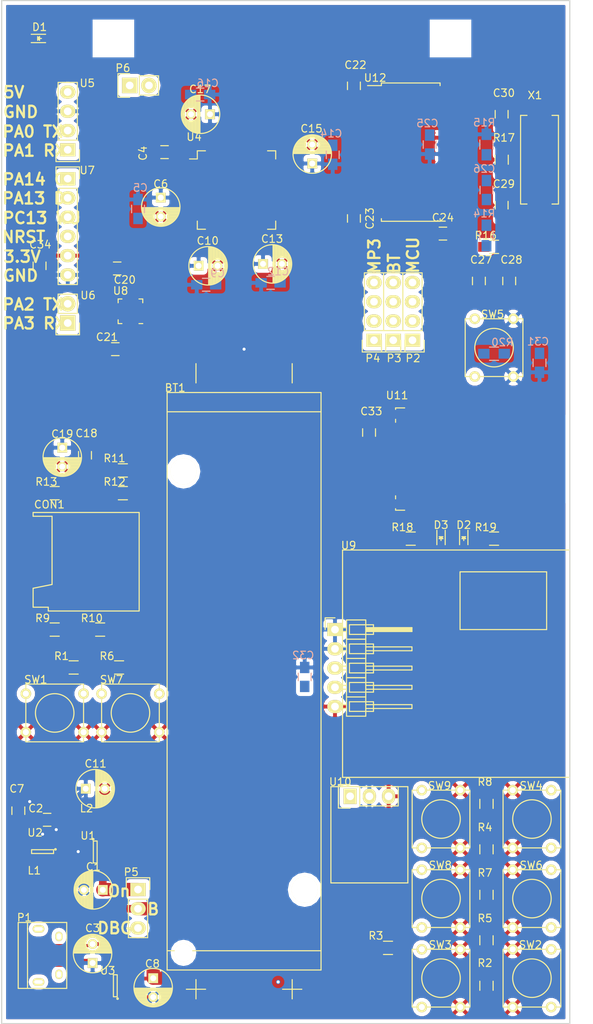
<source format=kicad_pcb>
(kicad_pcb (version 4) (host pcbnew 4.0.2-stable)
  (title_block (title "SenseWalk2: Minimalistic version") (rev 1) (company "University of Central Florida\\nSenior Design G23\\nBenoit Brummer\\n\\n\\n"))
  (layers (0 F.Cu signal) (31 B.Cu signal) (34 B.Paste user) (35 F.Paste user) (36 B.SilkS user) (37 F.SilkS user) (38 B.Mask user) (39 F.Mask user) (44 Edge.Cuts user))
  (net 0 "")
  (net 1 GND)
  (net 2 +BATT)
  (net 3 +5V)
  (net 4 +3V3)
  (net 5 PD2_SD-CMD)
  (net 6 PC10_SD-D2)
  (net 7 PC11_SD-D3)
  (net 8 PC12_SD-CK)
  (net 9 PC8_SD-D0)
  (net 10 PC9_SD-D1)
  (net 11 PA15_SD-DET)
  (net 12 "Net-(L2-Pad1)")
  (net 13 /in5)
  (net 14 /in6)
  (net 15 /in7)
  (net 16 /in8)
  (net 17 /in1)
  (net 18 /in2)
  (net 19 /in3)
  (net 20 /in4)
  (net 21 PC13_dbg)
  (net 22 NRST)
  (net 23 PC0_MP3-SCL)
  (net 24 PC1_MP3-SDA)
  (net 25 PC2_MAG-MISO)
  (net 26 PA0_las)
  (net 27 PA1_las)
  (net 28 PA2_UART)
  (net 29 PA3_UART)
  (net 30 PA4_BTpcm-Sync)
  (net 31 PA5_MP3-SCK)
  (net 32 PA6_BT-RTS)
  (net 33 PA7_MP3-SDI)
  (net 34 PC4_BT-RX)
  (net 35 PC5_BT-TX)
  (net 36 PB1_BT-CTS)
  (net 37 PB2_BT-GP2)
  (net 38 PB10_MAG-SPC)
  (net 39 "Net-(D1-Pad2)")
  (net 40 PB12_MAG-INT)
  (net 41 PB13_MAG-TRIG)
  (net 42 PB14_MP3-RST)
  (net 43 PB15_MAG-MOSI)
  (net 44 PC6_MP3-DR)
  (net 45 PA9_GPS-RX)
  (net 46 PA13_dbg)
  (net 47 PA14_dbg)
  (net 48 PB3_BTpcm-CLK)
  (net 49 PB5_BTpcm-IN)
  (net 50 PB7_GPS-TX)
  (net 51 PB9_MAG-CS)
  (net 52 "Net-(P4-Pad4)")
  (net 53 "Net-(P4-Pad1)")
  (net 54 "Net-(P4-Pad2)")
  (net 55 "Net-(C26-Pad1)")
  (net 56 "Net-(C28-Pad1)")
  (net 57 "Net-(C29-Pad1)")
  (net 58 "Net-(C27-Pad1)")
  (net 59 "Net-(D2-Pad2)")
  (net 60 "Net-(D2-Pad1)")
  (net 61 "Net-(D3-Pad2)")
  (net 62 "Net-(D3-Pad1)")
  (net 63 "Net-(P3-Pad1)")
  (net 64 "Net-(P3-Pad2)")
  (net 65 "Net-(P3-Pad3)")
  (net 66 "Net-(P3-Pad4)")
  (net 67 "Net-(L1-Pad2)")
  (net 68 "Net-(C3-Pad2)")
  (net 69 "Net-(C26-Pad2)")
  (net 70 "Net-(C30-Pad1)")
  (net 71 PB0_mic)
  (net 72 PB11_BT-GP9)
  (net 73 x-in-1)
  (net 74 x-in-2)
  (net 75 /3VEN)
  (net 76 /5VEN)
  (module con-trougnouf:18650BatteryHolder (layer F.Cu) (at 69 173 270)
    (fp_text reference BT1 (at -81.9 9.1 360) (layer F.SilkS))
    (fp_text value Battery)
    (pad "" np_thru_hole oval (at -70.87 8 270) (size 3.45 3.45) (drill 3.45) (layers *.Cu *.Mask F.SilkS))
    (pad 1 smd rect (at -3.67 0 270) (size 7.34 6.35) (layers F.Cu F.Paste F.Mask) (net 2 +BATT))
    (pad 2 smd rect (at -82.33 0 270) (size 7.34 6.35) (layers F.Cu F.Paste F.Mask) (net 1 GND))
    (pad "" np_thru_hole oval (at -7.34 8 270) (size 2.39 2.39) (drill 2.39) (layers *.Cu *.Mask F.SilkS))
    (pad "" np_thru_hole oval (at -15.67 -8 270) (size 3.45 3.45) (drill 3.45) (layers *.Cu *.Mask F.SilkS))
  )
  (module Capacitors_ThroughHole:C_Radial_D5_L11_P2.5 (layer F.Cu) (at 50.35 157.35 180)
    (fp_text reference C1 (at 1.25 3.05 180) (layer F.SilkS))
    (fp_text value 10uF)
    (pad 1 thru_hole rect (at 0 0 180) (size 1.3 1.3) (drill 0.8) (layers *.Cu *.Mask F.SilkS) (net 75 /3VEN))
    (pad 2 thru_hole circle (at 2.5 0 180) (size 1.3 1.3) (drill 0.8) (layers *.Cu *.Mask F.SilkS) (net 1 GND))
  )
  (module con-trougnouf:MicroSD (layer F.Cu) (at 42.65 112.05 90)
    (fp_text reference CON1 (at 5.55 0.65 180) (layer F.SilkS))
    (fp_text value uSD_Card)
    (pad 6 smd rect (at -2.2 0 90) (size 0.7 1.1) (layers F.Cu F.Paste F.Mask) (net 1 GND))
    (pad 3 smd rect (at 1.1 0 90) (size 0.7 1.1) (layers F.Cu F.Paste F.Mask) (net 5 PD2_SD-CMD))
    (pad ~ smd rect (at 4.38 0.5 90) (size 0.86 2.8) (layers F.Cu F.Paste F.Mask))
    (pad 1 smd rect (at 3.3 0 90) (size 0.7 1.1) (layers F.Cu F.Paste F.Mask) (net 6 PC10_SD-D2))
    (pad 2 smd rect (at 2.2 0 90) (size 0.7 1.1) (layers F.Cu F.Paste F.Mask) (net 7 PC11_SD-D3))
    (pad 4 smd rect (at 0 0 90) (size 0.7 1.1) (layers F.Cu F.Paste F.Mask) (net 4 +3V3))
    (pad 5 smd rect (at -1.1 0 90) (size 0.7 1.1) (layers F.Cu F.Paste F.Mask) (net 8 PC12_SD-CK))
    (pad 7 smd rect (at -3.3 0 90) (size 0.7 1.1) (layers F.Cu F.Paste F.Mask) (net 9 PC8_SD-D0))
    (pad 8 smd rect (at -4.4 0 90) (size 0.7 1.1) (layers F.Cu F.Paste F.Mask) (net 10 PC9_SD-D1))
    (pad ~ smd rect (at -8.28 0.015 90) (size 1.14 1.83) (layers F.Cu F.Paste F.Mask))
    (pad ~ smd rect (at -8.5 11.265 90) (size 0.7 3.33) (layers F.Cu F.Paste F.Mask))
    (pad 6 smd rect (at -6.19 12.465 90) (size 0.9 0.93) (layers F.Cu F.Paste F.Mask) (net 1 GND))
    (pad 9 smd rect (at -3.24 12.54 90) (size 1.05 0.78) (layers F.Cu F.Paste F.Mask) (net 11 PA15_SD-DET))
    (pad ~ smd rect (at 4.46 11.265 90) (size 0.7 3.33) (layers F.Cu F.Paste F.Mask))
  )
  (module BT:RN-52 (layer F.Cu) (at 102 100.5 270)
    (fp_text reference U11 (at -8.4 12.8 360) (layer F.SilkS))
    (fp_text value RN-52)
    (pad 28 smd rect (at 6.75 11 270) (size 1.6 0.8) (layers F.Cu F.Paste F.Mask))
    (pad 27 smd rect (at 5.9 13 270) (size 0.8 1.6) (layers F.Cu F.Paste F.Mask) (net 1 GND))
    (pad 19 smd rect (at -4.2 13 270) (size 0.8 1.6) (layers F.Cu F.Paste F.Mask))
    (pad 1 smd rect (at -6.75 -8.2 270) (size 1.6 0.8) (layers F.Cu F.Paste F.Mask) (net 1 GND))
    (pad 2 smd rect (at -6.75 -7 270) (size 1.6 0.8) (layers F.Cu F.Paste F.Mask) (net 37 PB2_BT-GP2))
    (pad 3 smd rect (at -6.75 -5.8 270) (size 1.6 0.8) (layers F.Cu F.Paste F.Mask))
    (pad 4 smd rect (at -6.75 -4.6 270) (size 1.6 0.8) (layers F.Cu F.Paste F.Mask))
    (pad 5 smd rect (at -6.75 -3.4 270) (size 1.6 0.8) (layers F.Cu F.Paste F.Mask))
    (pad 6 smd rect (at -6.75 -2.2 270) (size 1.6 0.8) (layers F.Cu F.Paste F.Mask))
    (pad 7 smd rect (at -6.75 -1 270) (size 1.6 0.8) (layers F.Cu F.Paste F.Mask))
    (pad 8 smd rect (at -6.75 0.2 270) (size 1.6 0.8) (layers F.Cu F.Paste F.Mask))
    (pad 9 smd rect (at -6.75 1.4 270) (size 1.6 0.8) (layers F.Cu F.Paste F.Mask))
    (pad 10 smd rect (at -6.75 2.6 270) (size 1.6 0.8) (layers F.Cu F.Paste F.Mask))
    (pad 11 smd rect (at -6.75 3.8 270) (size 1.6 0.8) (layers F.Cu F.Paste F.Mask) (net 72 PB11_BT-GP9))
    (pad 12 smd rect (at -6.75 5 270) (size 1.6 0.8) (layers F.Cu F.Paste F.Mask))
    (pad 13 smd rect (at -6.75 6.2 270) (size 1.6 0.8) (layers F.Cu F.Paste F.Mask))
    (pad 14 smd rect (at -6.75 7.4 270) (size 1.6 0.8) (layers F.Cu F.Paste F.Mask) (net 32 PA6_BT-RTS))
    (pad 15 smd rect (at -6.75 8.6 270) (size 1.6 0.8) (layers F.Cu F.Paste F.Mask) (net 36 PB1_BT-CTS))
    (pad 16 smd rect (at -6.75 9.8 270) (size 1.6 0.8) (layers F.Cu F.Paste F.Mask) (net 35 PC5_BT-TX))
    (pad 17 smd rect (at -6.75 11 270) (size 1.6 0.8) (layers F.Cu F.Paste F.Mask) (net 34 PC4_BT-RX))
    (pad 18 smd rect (at -5.9 13 270) (size 0.8 1.6) (layers F.Cu F.Paste F.Mask) (net 1 GND))
    (pad 20 smd rect (at -3 13 270) (size 0.8 1.6) (layers F.Cu F.Paste F.Mask))
    (pad 21 smd rect (at -1.8 13 270) (size 0.8 1.6) (layers F.Cu F.Paste F.Mask) (net 4 +3V3))
    (pad 22 smd rect (at -0.6 13 270) (size 0.8 1.6) (layers F.Cu F.Paste F.Mask) (net 4 +3V3))
    (pad 23 smd rect (at 0.6 13 270) (size 0.8 1.6) (layers F.Cu F.Paste F.Mask) (net 66 "Net-(P3-Pad4)"))
    (pad 24 smd rect (at 1.8 13 270) (size 0.8 1.6) (layers F.Cu F.Paste F.Mask) (net 65 "Net-(P3-Pad3)"))
    (pad 25 smd rect (at 3 13 270) (size 0.8 1.6) (layers F.Cu F.Paste F.Mask) (net 64 "Net-(P3-Pad2)"))
    (pad 26 smd rect (at 4.2 13 270) (size 0.8 1.6) (layers F.Cu F.Paste F.Mask) (net 63 "Net-(P3-Pad1)"))
    (pad 29 smd rect (at 6.75 9.8 270) (size 1.6 0.8) (layers F.Cu F.Paste F.Mask))
    (pad 30 smd rect (at 6.75 8.6 270) (size 1.6 0.8) (layers F.Cu F.Paste F.Mask))
    (pad 31 smd rect (at 6.75 7.4 270) (size 1.6 0.8) (layers F.Cu F.Paste F.Mask))
    (pad 32 smd rect (at 6.75 6.2 270) (size 1.6 0.8) (layers F.Cu F.Paste F.Mask) (net 62 "Net-(D3-Pad1)"))
    (pad 33 smd rect (at 6.75 5 270) (size 1.6 0.8) (layers F.Cu F.Paste F.Mask) (net 60 "Net-(D2-Pad1)"))
    (pad 34 smd rect (at 6.75 3.8 270) (size 1.6 0.8) (layers F.Cu F.Paste F.Mask))
    (pad 35 smd rect (at 6.75 2.6 270) (size 1.6 0.8) (layers F.Cu F.Paste F.Mask))
    (pad 36 smd rect (at 6.75 1.4 270) (size 1.6 0.8) (layers F.Cu F.Paste F.Mask))
    (pad 37 smd rect (at 6.75 0.2 270) (size 1.6 0.8) (layers F.Cu F.Paste F.Mask))
    (pad 38 smd rect (at 6.75 -1 270) (size 1.6 0.8) (layers F.Cu F.Paste F.Mask))
    (pad 39 smd rect (at 6.75 -2.2 270) (size 1.6 0.8) (layers F.Cu F.Paste F.Mask) (net 1 GND))
    (pad 40 smd rect (at 6.75 -3.4 270) (size 1.6 0.8) (layers F.Cu F.Paste F.Mask))
    (pad 41 smd rect (at 6.75 -4.6 270) (size 1.6 0.8) (layers F.Cu F.Paste F.Mask))
    (pad 42 smd rect (at 6.75 -5.8 270) (size 1.6 0.8) (layers F.Cu F.Paste F.Mask))
    (pad 43 smd rect (at 6.75 -7 270) (size 1.6 0.8) (layers F.Cu F.Paste F.Mask))
    (pad 44 smd rect (at 6.75 -8.2 270) (size 1.6 0.8) (layers F.Cu F.Paste F.Mask) (net 1 GND))
    (pad 45 smd oval (at 3.5 -7.7 270) (size 0.8 1) (layers F.Cu F.Paste F.Mask) (net 1 GND))
    (pad 46 smd oval (at 2.1 -7.7 270) (size 0.8 1) (layers F.Cu F.Paste F.Mask) (net 1 GND))
    (pad 47 smd oval (at 0.7 -7.7 270) (size 0.8 1) (layers F.Cu F.Paste F.Mask) (net 1 GND))
    (pad 48 smd oval (at -0.7 -7.7 270) (size 0.8 1) (layers F.Cu F.Paste F.Mask) (net 1 GND))
    (pad 49 smd oval (at -2.1 -7.7 270) (size 0.8 1) (layers F.Cu F.Paste F.Mask) (net 1 GND))
    (pad 50 smd oval (at -3.5 -7.7 270) (size 0.8 1) (layers F.Cu F.Paste F.Mask) (net 1 GND))
  )
  (module Capacitors_ThroughHole:C_Radial_D5_L11_P2.5 (layer F.Cu) (at 49 167 90)
    (fp_text reference C3 (at 4.6 0 180) (layer F.SilkS))
    (fp_text value 1uF)
    (pad 1 thru_hole rect (at 0 0 90) (size 1.3 1.3) (drill 0.8) (layers *.Cu *.Mask F.SilkS) (net 1 GND))
    (pad 2 thru_hole circle (at 2.5 0 90) (size 1.3 1.3) (drill 0.8) (layers *.Cu *.Mask F.SilkS) (net 68 "Net-(C3-Pad2)"))
  )
  (module Capacitors_SMD:C_0805_HandSoldering (layer F.Cu) (at 58.5 60)
    (fp_text reference C4 (at -2.85 0.15 90) (layer F.SilkS))
    (fp_text value 0.1uF)
    (pad 1 smd rect (at -1.25 0) (size 1.5 1.25) (layers F.Cu F.Paste F.Mask) (net 1 GND))
    (pad 2 smd rect (at 1.25 0) (size 1.5 1.25) (layers F.Cu F.Paste F.Mask) (net 4 +3V3))
  )
  (module Capacitors_ThroughHole:C_Radial_D5_L11_P2.5 (layer F.Cu) (at 58 66 270)
    (fp_text reference C6 (at -1.8 0 360) (layer F.SilkS))
    (fp_text value 4.7uF)
    (pad 1 thru_hole rect (at 0 0 270) (size 1.3 1.3) (drill 0.8) (layers *.Cu *.Mask F.SilkS) (net 1 GND))
    (pad 2 thru_hole circle (at 2.5 0 270) (size 1.3 1.3) (drill 0.8) (layers *.Cu *.Mask F.SilkS) (net 4 +3V3))
  )
  (module Capacitors_SMD:C_0805_HandSoldering (layer F.Cu) (at 39.2 146.9 90)
    (fp_text reference C7 (at 2.9 -0.2 180) (layer F.SilkS))
    (fp_text value 10uF)
    (pad 1 smd rect (at -1.25 0 90) (size 1.5 1.25) (layers F.Cu F.Paste F.Mask) (net 3 +5V))
    (pad 2 smd rect (at 1.25 0 90) (size 1.5 1.25) (layers F.Cu F.Paste F.Mask) (net 1 GND))
  )
  (module Capacitors_ThroughHole:C_Radial_D5_L11_P2.5 (layer F.Cu) (at 57 169 270)
    (fp_text reference C8 (at -1.9 0.1 360) (layer F.SilkS))
    (fp_text value 1uF)
    (pad 1 thru_hole rect (at 0 0 270) (size 1.3 1.3) (drill 0.8) (layers *.Cu *.Mask F.SilkS) (net 2 +BATT))
    (pad 2 thru_hole circle (at 2.5 0 270) (size 1.3 1.3) (drill 0.8) (layers *.Cu *.Mask F.SilkS) (net 1 GND))
  )
  (module Capacitors_ThroughHole:C_Radial_D5_L11_P2.5 (layer F.Cu) (at 63 75)
    (fp_text reference C10 (at 1.2 -3.3) (layer F.SilkS))
    (fp_text value 4.7uF)
    (pad 1 thru_hole rect (at 0 0) (size 1.3 1.3) (drill 0.8) (layers *.Cu *.Mask F.SilkS) (net 1 GND))
    (pad 2 thru_hole circle (at 2.5 0) (size 1.3 1.3) (drill 0.8) (layers *.Cu *.Mask F.SilkS) (net 4 +3V3))
  )
  (module Capacitors_ThroughHole:C_Radial_D5_L11_P2.5 (layer F.Cu) (at 64.5 55 180)
    (fp_text reference C17 (at 1.3 3.3 180) (layer F.SilkS))
    (fp_text value 4.7uF)
    (pad 1 thru_hole rect (at 0 0 180) (size 1.3 1.3) (drill 0.8) (layers *.Cu *.Mask F.SilkS) (net 1 GND))
    (pad 2 thru_hole circle (at 2.5 0 180) (size 1.3 1.3) (drill 0.8) (layers *.Cu *.Mask F.SilkS) (net 4 +3V3))
  )
  (module Inductors_NEOSID:Neosid_Inductor_SM-NE29_SMD1008 (layer F.Cu) (at 42.4 156.8 180)
    (fp_text reference L1 (at 1.1 2 180) (layer F.SilkS))
    (fp_text value 4.7uH)
    (pad 2 smd rect (at 1.14554 0 180) (size 1.02108 2.54) (layers F.Cu F.Paste F.Mask) (net 67 "Net-(L1-Pad2)"))
    (pad 1 smd rect (at -1.14554 0 180) (size 1.02108 2.54) (layers F.Cu F.Paste F.Mask) (net 2 +BATT))
  )
  (module Inductors_NEOSID:Neosid_Inductor_SM-NE29_SMD1008 (layer F.Cu) (at 49.31 148.58)
    (fp_text reference L2 (at -1.11 -1.98 180) (layer F.SilkS))
    (fp_text value 4.7uH)
    (pad 2 smd rect (at 1.14554 0) (size 1.02108 2.54) (layers F.Cu F.Paste F.Mask) (net 4 +3V3))
    (pad 1 smd rect (at -1.14554 0) (size 1.02108 2.54) (layers F.Cu F.Paste F.Mask) (net 12 "Net-(L2-Pad1)"))
  )
  (module Connect:USB_Micro-B (layer F.Cu) (at 43 166 270)
    (fp_text reference P1 (at -5 3 360) (layer F.SilkS))
    (fp_text value USB_B)
    (pad 1 smd rect (at -1.3009 -1.56254) (size 1.35 0.4) (layers F.Cu F.Paste F.Mask) (net 68 "Net-(C3-Pad2)"))
    (pad 2 smd rect (at -0.6509 -1.56254) (size 1.35 0.4) (layers F.Cu F.Paste F.Mask))
    (pad 3 smd rect (at -0.0009 -1.56254) (size 1.35 0.4) (layers F.Cu F.Paste F.Mask))
    (pad 4 smd rect (at 0.6491 -1.56254) (size 1.35 0.4) (layers F.Cu F.Paste F.Mask) (net 1 GND))
    (pad 5 smd rect (at 1.2991 -1.56254) (size 1.35 0.4) (layers F.Cu F.Paste F.Mask))
    (pad 6 thru_hole oval (at -2.5009 -1.56254) (size 0.95 1.25) (drill oval 0.55 0.85) (layers *.Cu *.Mask F.SilkS))
    (pad 6 thru_hole oval (at 2.4991 -1.56254) (size 0.95 1.25) (drill oval 0.55 0.85) (layers *.Cu *.Mask F.SilkS))
    (pad 6 thru_hole oval (at -3.5009 1.13746) (size 1.55 1) (drill oval 1.15 0.5) (layers *.Cu *.Mask F.SilkS))
    (pad 6 thru_hole oval (at 3.4991 1.13746) (size 1.55 1) (drill oval 1.15 0.5) (layers *.Cu *.Mask F.SilkS))
  )
  (module Buttons_Switches_ThroughHole:SW_PUSH_SMALL (layer F.Cu) (at 44 134)
    (fp_text reference SW1 (at -2.5 -4.4) (layer F.SilkS))
    (fp_text value SW_PUSH)
    (pad 1 thru_hole circle (at 3.81 -2.54) (size 1.397 1.397) (drill 0.8128) (layers *.Cu *.Mask F.SilkS) (net 13 /in5))
    (pad 2 thru_hole circle (at 3.81 2.54) (size 1.397 1.397) (drill 0.8128) (layers *.Cu *.Mask F.SilkS) (net 4 +3V3))
    (pad 1 thru_hole circle (at -3.81 -2.54) (size 1.397 1.397) (drill 0.8128) (layers *.Cu *.Mask F.SilkS) (net 13 /in5))
    (pad 2 thru_hole circle (at -3.81 2.54) (size 1.397 1.397) (drill 0.8128) (layers *.Cu *.Mask F.SilkS) (net 4 +3V3))
  )
  (module Buttons_Switches_ThroughHole:SW_PUSH_SMALL (layer F.Cu) (at 107 169 270)
    (fp_text reference SW2 (at -4.4 0.2 360) (layer F.SilkS))
    (fp_text value SW_PUSH)
    (pad 1 thru_hole circle (at 3.81 -2.54 270) (size 1.397 1.397) (drill 0.8128) (layers *.Cu *.Mask F.SilkS) (net 14 /in6))
    (pad 2 thru_hole circle (at 3.81 2.54 270) (size 1.397 1.397) (drill 0.8128) (layers *.Cu *.Mask F.SilkS) (net 4 +3V3))
    (pad 1 thru_hole circle (at -3.81 -2.54 270) (size 1.397 1.397) (drill 0.8128) (layers *.Cu *.Mask F.SilkS) (net 14 /in6))
    (pad 2 thru_hole circle (at -3.81 2.54 270) (size 1.397 1.397) (drill 0.8128) (layers *.Cu *.Mask F.SilkS) (net 4 +3V3))
  )
  (module Buttons_Switches_ThroughHole:SW_PUSH_SMALL (layer F.Cu) (at 95 169 90)
    (fp_text reference SW3 (at 4.4 -0.1 180) (layer F.SilkS))
    (fp_text value SW_PUSH)
    (pad 1 thru_hole circle (at 3.81 -2.54 90) (size 1.397 1.397) (drill 0.8128) (layers *.Cu *.Mask F.SilkS) (net 15 /in7))
    (pad 2 thru_hole circle (at 3.81 2.54 90) (size 1.397 1.397) (drill 0.8128) (layers *.Cu *.Mask F.SilkS) (net 4 +3V3))
    (pad 1 thru_hole circle (at -3.81 -2.54 90) (size 1.397 1.397) (drill 0.8128) (layers *.Cu *.Mask F.SilkS) (net 15 /in7))
    (pad 2 thru_hole circle (at -3.81 2.54 90) (size 1.397 1.397) (drill 0.8128) (layers *.Cu *.Mask F.SilkS) (net 4 +3V3))
  )
  (module Buttons_Switches_ThroughHole:SW_PUSH_SMALL (layer F.Cu) (at 107 148 270)
    (fp_text reference SW4 (at -4.4 0.1 360) (layer F.SilkS))
    (fp_text value SW_PUSH)
    (pad 1 thru_hole circle (at 3.81 -2.54 270) (size 1.397 1.397) (drill 0.8128) (layers *.Cu *.Mask F.SilkS) (net 16 /in8))
    (pad 2 thru_hole circle (at 3.81 2.54 270) (size 1.397 1.397) (drill 0.8128) (layers *.Cu *.Mask F.SilkS) (net 4 +3V3))
    (pad 1 thru_hole circle (at -3.81 -2.54 270) (size 1.397 1.397) (drill 0.8128) (layers *.Cu *.Mask F.SilkS) (net 16 /in8))
    (pad 2 thru_hole circle (at -3.81 2.54 270) (size 1.397 1.397) (drill 0.8128) (layers *.Cu *.Mask F.SilkS) (net 4 +3V3))
  )
  (module Buttons_Switches_ThroughHole:SW_PUSH_SMALL (layer F.Cu) (at 107 158.5 270)
    (fp_text reference SW6 (at -4.4 0.1 360) (layer F.SilkS))
    (fp_text value SW_PUSH)
    (pad 1 thru_hole circle (at 3.81 -2.54 270) (size 1.397 1.397) (drill 0.8128) (layers *.Cu *.Mask F.SilkS) (net 17 /in1))
    (pad 2 thru_hole circle (at 3.81 2.54 270) (size 1.397 1.397) (drill 0.8128) (layers *.Cu *.Mask F.SilkS) (net 4 +3V3))
    (pad 1 thru_hole circle (at -3.81 -2.54 270) (size 1.397 1.397) (drill 0.8128) (layers *.Cu *.Mask F.SilkS) (net 17 /in1))
    (pad 2 thru_hole circle (at -3.81 2.54 270) (size 1.397 1.397) (drill 0.8128) (layers *.Cu *.Mask F.SilkS) (net 4 +3V3))
  )
  (module Buttons_Switches_ThroughHole:SW_PUSH_SMALL (layer F.Cu) (at 54 134)
    (fp_text reference SW7 (at -2.5 -4.4) (layer F.SilkS))
    (fp_text value SW_PUSH)
    (pad 1 thru_hole circle (at 3.81 -2.54) (size 1.397 1.397) (drill 0.8128) (layers *.Cu *.Mask F.SilkS) (net 18 /in2))
    (pad 2 thru_hole circle (at 3.81 2.54) (size 1.397 1.397) (drill 0.8128) (layers *.Cu *.Mask F.SilkS) (net 4 +3V3))
    (pad 1 thru_hole circle (at -3.81 -2.54) (size 1.397 1.397) (drill 0.8128) (layers *.Cu *.Mask F.SilkS) (net 18 /in2))
    (pad 2 thru_hole circle (at -3.81 2.54) (size 1.397 1.397) (drill 0.8128) (layers *.Cu *.Mask F.SilkS) (net 4 +3V3))
  )
  (module Buttons_Switches_ThroughHole:SW_PUSH_SMALL (layer F.Cu) (at 95 158.5 90)
    (fp_text reference SW8 (at 4.4 -0.1 180) (layer F.SilkS))
    (fp_text value SW_PUSH)
    (pad 1 thru_hole circle (at 3.81 -2.54 90) (size 1.397 1.397) (drill 0.8128) (layers *.Cu *.Mask F.SilkS) (net 19 /in3))
    (pad 2 thru_hole circle (at 3.81 2.54 90) (size 1.397 1.397) (drill 0.8128) (layers *.Cu *.Mask F.SilkS) (net 4 +3V3))
    (pad 1 thru_hole circle (at -3.81 -2.54 90) (size 1.397 1.397) (drill 0.8128) (layers *.Cu *.Mask F.SilkS) (net 19 /in3))
    (pad 2 thru_hole circle (at -3.81 2.54 90) (size 1.397 1.397) (drill 0.8128) (layers *.Cu *.Mask F.SilkS) (net 4 +3V3))
  )
  (module Buttons_Switches_ThroughHole:SW_PUSH_SMALL (layer F.Cu) (at 95 148 90)
    (fp_text reference SW9 (at 4.4 -0.2 180) (layer F.SilkS))
    (fp_text value SW_PUSH)
    (pad 1 thru_hole circle (at 3.81 -2.54 90) (size 1.397 1.397) (drill 0.8128) (layers *.Cu *.Mask F.SilkS) (net 20 /in4))
    (pad 2 thru_hole circle (at 3.81 2.54 90) (size 1.397 1.397) (drill 0.8128) (layers *.Cu *.Mask F.SilkS) (net 4 +3V3))
    (pad 1 thru_hole circle (at -3.81 -2.54 90) (size 1.397 1.397) (drill 0.8128) (layers *.Cu *.Mask F.SilkS) (net 20 /in4))
    (pad 2 thru_hole circle (at -3.81 2.54 90) (size 1.397 1.397) (drill 0.8128) (layers *.Cu *.Mask F.SilkS) (net 4 +3V3))
  )
  (module TO_SOT_Packages_SMD:SOT-23-5 (layer F.Cu) (at 42.4 152.3 270)
    (fp_text reference U2 (at -2.5 1 360) (layer F.SilkS))
    (fp_text value XC9140)
    (pad 1 smd rect (at -1.1 -0.95 270) (size 1.06 0.65) (layers F.Cu F.Paste F.Mask) (net 76 /5VEN))
    (pad 2 smd rect (at -1.1 0 270) (size 1.06 0.65) (layers F.Cu F.Paste F.Mask) (net 1 GND))
    (pad 3 smd rect (at -1.1 0.95 270) (size 1.06 0.65) (layers F.Cu F.Paste F.Mask) (net 2 +BATT))
    (pad 4 smd rect (at 1.1 0.95 270) (size 1.06 0.65) (layers F.Cu F.Paste F.Mask) (net 3 +5V))
    (pad 5 smd rect (at 1.1 -0.95 270) (size 1.06 0.65) (layers F.Cu F.Paste F.Mask) (net 67 "Net-(L1-Pad2)"))
  )
  (module TO_SOT_Packages_SMD:SOT-23-5 (layer F.Cu) (at 52 170 180)
    (fp_text reference U3 (at 1 2 180) (layer F.SilkS))
    (fp_text value MCP73811/2)
    (pad 1 smd rect (at -1.1 -0.95 180) (size 1.06 0.65) (layers F.Cu F.Paste F.Mask) (net 68 "Net-(C3-Pad2)"))
    (pad 2 smd rect (at -1.1 0 180) (size 1.06 0.65) (layers F.Cu F.Paste F.Mask) (net 1 GND))
    (pad 3 smd rect (at -1.1 0.95 180) (size 1.06 0.65) (layers F.Cu F.Paste F.Mask) (net 2 +BATT))
    (pad 4 smd rect (at 1.1 0.95 180) (size 1.06 0.65) (layers F.Cu F.Paste F.Mask) (net 68 "Net-(C3-Pad2)"))
    (pad 5 smd rect (at 1.1 -0.95 180) (size 1.06 0.65) (layers F.Cu F.Paste F.Mask) (net 68 "Net-(C3-Pad2)"))
  )
  (module Housings_QFP:LQFP-64_10x10mm_Pitch0.5mm (layer F.Cu) (at 68 65)
    (fp_text reference U4 (at -5.6 -7) (layer F.SilkS))
    (fp_text value STM32L476R)
    (pad 1 smd rect (at -5.7 -3.75) (size 1 0.25) (layers F.Cu F.Paste F.Mask) (net 4 +3V3))
    (pad 2 smd rect (at -5.7 -3.25) (size 1 0.25) (layers F.Cu F.Paste F.Mask) (net 21 PC13_dbg))
    (pad 3 smd rect (at -5.7 -2.75) (size 1 0.25) (layers F.Cu F.Paste F.Mask) (net 13 /in5))
    (pad 4 smd rect (at -5.7 -2.25) (size 1 0.25) (layers F.Cu F.Paste F.Mask) (net 14 /in6))
    (pad 5 smd rect (at -5.7 -1.75) (size 1 0.25) (layers F.Cu F.Paste F.Mask) (net 15 /in7))
    (pad 6 smd rect (at -5.7 -1.25) (size 1 0.25) (layers F.Cu F.Paste F.Mask) (net 16 /in8))
    (pad 7 smd rect (at -5.7 -0.75) (size 1 0.25) (layers F.Cu F.Paste F.Mask) (net 22 NRST))
    (pad 8 smd rect (at -5.7 -0.25) (size 1 0.25) (layers F.Cu F.Paste F.Mask) (net 23 PC0_MP3-SCL))
    (pad 9 smd rect (at -5.7 0.25) (size 1 0.25) (layers F.Cu F.Paste F.Mask) (net 24 PC1_MP3-SDA))
    (pad 10 smd rect (at -5.7 0.75) (size 1 0.25) (layers F.Cu F.Paste F.Mask) (net 25 PC2_MAG-MISO))
    (pad 11 smd rect (at -5.7 1.25) (size 1 0.25) (layers F.Cu F.Paste F.Mask))
    (pad 12 smd rect (at -5.7 1.75) (size 1 0.25) (layers F.Cu F.Paste F.Mask) (net 1 GND))
    (pad 13 smd rect (at -5.7 2.25) (size 1 0.25) (layers F.Cu F.Paste F.Mask) (net 4 +3V3))
    (pad 14 smd rect (at -5.7 2.75) (size 1 0.25) (layers F.Cu F.Paste F.Mask) (net 26 PA0_las))
    (pad 15 smd rect (at -5.7 3.25) (size 1 0.25) (layers F.Cu F.Paste F.Mask) (net 27 PA1_las))
    (pad 16 smd rect (at -5.7 3.75) (size 1 0.25) (layers F.Cu F.Paste F.Mask) (net 28 PA2_UART))
    (pad 17 smd rect (at -3.75 5.7 90) (size 1 0.25) (layers F.Cu F.Paste F.Mask) (net 29 PA3_UART))
    (pad 18 smd rect (at -3.25 5.7 90) (size 1 0.25) (layers F.Cu F.Paste F.Mask) (net 1 GND))
    (pad 19 smd rect (at -2.75 5.7 90) (size 1 0.25) (layers F.Cu F.Paste F.Mask) (net 4 +3V3))
    (pad 20 smd rect (at -2.25 5.7 90) (size 1 0.25) (layers F.Cu F.Paste F.Mask) (net 30 PA4_BTpcm-Sync))
    (pad 21 smd rect (at -1.75 5.7 90) (size 1 0.25) (layers F.Cu F.Paste F.Mask) (net 31 PA5_MP3-SCK))
    (pad 22 smd rect (at -1.25 5.7 90) (size 1 0.25) (layers F.Cu F.Paste F.Mask) (net 32 PA6_BT-RTS))
    (pad 23 smd rect (at -0.75 5.7 90) (size 1 0.25) (layers F.Cu F.Paste F.Mask) (net 33 PA7_MP3-SDI))
    (pad 24 smd rect (at -0.25 5.7 90) (size 1 0.25) (layers F.Cu F.Paste F.Mask) (net 34 PC4_BT-RX))
    (pad 25 smd rect (at 0.25 5.7 90) (size 1 0.25) (layers F.Cu F.Paste F.Mask) (net 35 PC5_BT-TX))
    (pad 26 smd rect (at 0.75 5.7 90) (size 1 0.25) (layers F.Cu F.Paste F.Mask) (net 71 PB0_mic))
    (pad 27 smd rect (at 1.25 5.7 90) (size 1 0.25) (layers F.Cu F.Paste F.Mask) (net 36 PB1_BT-CTS))
    (pad 28 smd rect (at 1.75 5.7 90) (size 1 0.25) (layers F.Cu F.Paste F.Mask) (net 37 PB2_BT-GP2))
    (pad 29 smd rect (at 2.25 5.7 90) (size 1 0.25) (layers F.Cu F.Paste F.Mask) (net 38 PB10_MAG-SPC))
    (pad 30 smd rect (at 2.75 5.7 90) (size 1 0.25) (layers F.Cu F.Paste F.Mask) (net 72 PB11_BT-GP9))
    (pad 31 smd rect (at 3.25 5.7 90) (size 1 0.25) (layers F.Cu F.Paste F.Mask) (net 1 GND))
    (pad 32 smd rect (at 3.75 5.7 90) (size 1 0.25) (layers F.Cu F.Paste F.Mask) (net 4 +3V3))
    (pad 33 smd rect (at 5.7 3.75) (size 1 0.25) (layers F.Cu F.Paste F.Mask) (net 40 PB12_MAG-INT))
    (pad 34 smd rect (at 5.7 3.25) (size 1 0.25) (layers F.Cu F.Paste F.Mask) (net 41 PB13_MAG-TRIG))
    (pad 35 smd rect (at 5.7 2.75) (size 1 0.25) (layers F.Cu F.Paste F.Mask) (net 42 PB14_MP3-RST))
    (pad 36 smd rect (at 5.7 2.25) (size 1 0.25) (layers F.Cu F.Paste F.Mask) (net 43 PB15_MAG-MOSI))
    (pad 37 smd rect (at 5.7 1.75) (size 1 0.25) (layers F.Cu F.Paste F.Mask) (net 44 PC6_MP3-DR))
    (pad 38 smd rect (at 5.7 1.25) (size 1 0.25) (layers F.Cu F.Paste F.Mask) (net 76 /5VEN))
    (pad 39 smd rect (at 5.7 0.75) (size 1 0.25) (layers F.Cu F.Paste F.Mask) (net 9 PC8_SD-D0))
    (pad 40 smd rect (at 5.7 0.25) (size 1 0.25) (layers F.Cu F.Paste F.Mask) (net 10 PC9_SD-D1))
    (pad 41 smd rect (at 5.7 -0.25) (size 1 0.25) (layers F.Cu F.Paste F.Mask) (net 17 /in1))
    (pad 42 smd rect (at 5.7 -0.75) (size 1 0.25) (layers F.Cu F.Paste F.Mask) (net 45 PA9_GPS-RX))
    (pad 43 smd rect (at 5.7 -1.25) (size 1 0.25) (layers F.Cu F.Paste F.Mask) (net 18 /in2))
    (pad 44 smd rect (at 5.7 -1.75) (size 1 0.25) (layers F.Cu F.Paste F.Mask) (net 19 /in3))
    (pad 45 smd rect (at 5.7 -2.25) (size 1 0.25) (layers F.Cu F.Paste F.Mask) (net 20 /in4))
    (pad 46 smd rect (at 5.7 -2.75) (size 1 0.25) (layers F.Cu F.Paste F.Mask) (net 46 PA13_dbg))
    (pad 47 smd rect (at 5.7 -3.25) (size 1 0.25) (layers F.Cu F.Paste F.Mask) (net 1 GND))
    (pad 48 smd rect (at 5.7 -3.75) (size 1 0.25) (layers F.Cu F.Paste F.Mask) (net 4 +3V3))
    (pad 49 smd rect (at 3.75 -5.7 90) (size 1 0.25) (layers F.Cu F.Paste F.Mask) (net 47 PA14_dbg))
    (pad 50 smd rect (at 3.25 -5.7 90) (size 1 0.25) (layers F.Cu F.Paste F.Mask) (net 11 PA15_SD-DET))
    (pad 51 smd rect (at 2.75 -5.7 90) (size 1 0.25) (layers F.Cu F.Paste F.Mask) (net 6 PC10_SD-D2))
    (pad 52 smd rect (at 2.25 -5.7 90) (size 1 0.25) (layers F.Cu F.Paste F.Mask) (net 7 PC11_SD-D3))
    (pad 53 smd rect (at 1.75 -5.7 90) (size 1 0.25) (layers F.Cu F.Paste F.Mask) (net 8 PC12_SD-CK))
    (pad 54 smd rect (at 1.25 -5.7 90) (size 1 0.25) (layers F.Cu F.Paste F.Mask) (net 5 PD2_SD-CMD))
    (pad 55 smd rect (at 0.75 -5.7 90) (size 1 0.25) (layers F.Cu F.Paste F.Mask) (net 48 PB3_BTpcm-CLK))
    (pad 56 smd rect (at 0.25 -5.7 90) (size 1 0.25) (layers F.Cu F.Paste F.Mask) (net 73 x-in-1))
    (pad 57 smd rect (at -0.25 -5.7 90) (size 1 0.25) (layers F.Cu F.Paste F.Mask) (net 49 PB5_BTpcm-IN))
    (pad 58 smd rect (at -0.75 -5.7 90) (size 1 0.25) (layers F.Cu F.Paste F.Mask) (net 74 x-in-2))
    (pad 59 smd rect (at -1.25 -5.7 90) (size 1 0.25) (layers F.Cu F.Paste F.Mask) (net 50 PB7_GPS-TX))
    (pad 60 smd rect (at -1.75 -5.7 90) (size 1 0.25) (layers F.Cu F.Paste F.Mask))
    (pad 61 smd rect (at -2.25 -5.7 90) (size 1 0.25) (layers F.Cu F.Paste F.Mask) (net 39 "Net-(D1-Pad2)"))
    (pad 62 smd rect (at -2.75 -5.7 90) (size 1 0.25) (layers F.Cu F.Paste F.Mask) (net 51 PB9_MAG-CS))
    (pad 63 smd rect (at -3.25 -5.7 90) (size 1 0.25) (layers F.Cu F.Paste F.Mask) (net 1 GND))
    (pad 64 smd rect (at -3.75 -5.7 90) (size 1 0.25) (layers F.Cu F.Paste F.Mask) (net 4 +3V3))
  )
  (module con-trougnouf:Socket_Strip_Straight_1x04_3467 (layer F.Cu) (at 45.72 59.69 90)
    (fp_text reference U5 (at 8.79 2.58 180) (layer F.SilkS))
    (fp_text value Lightware_SF10/A)
    (pad 3 thru_hole rect (at 0 0 90) (size 1.7272 2.032) (drill 1.016) (layers *.Cu *.Mask F.SilkS) (net 27 PA1_las))
    (pad 4 thru_hole oval (at 2.54 0 90) (size 1.7272 2.032) (drill 1.016) (layers *.Cu *.Mask F.SilkS) (net 26 PA0_las))
    (pad 6 thru_hole oval (at 5.08 0 90) (size 1.7272 2.032) (drill 1.016) (layers *.Cu *.Mask F.SilkS) (net 1 GND))
    (pad 7 thru_hole oval (at 7.62 0 90) (size 1.7272 2.032) (drill 1.016) (layers *.Cu *.Mask F.SilkS) (net 3 +5V))
  )
  (module Housings_DFN_QFN:QFN-16-1EP_3x3mm_Pitch0.5mm (layer F.Cu) (at 54 81 180)
    (fp_text reference U8 (at 1.3 2.7 360) (layer F.SilkS))
    (fp_text value MLX90393)
    (pad 1 smd oval (at -1.475 -0.75 180) (size 0.75 0.3) (layers F.Cu F.Paste F.Mask) (net 40 PB12_MAG-INT))
    (pad 2 smd oval (at -1.475 -0.25 180) (size 0.75 0.3) (layers F.Cu F.Paste F.Mask) (net 51 PB9_MAG-CS))
    (pad 3 smd oval (at -1.475 0.25 180) (size 0.75 0.3) (layers F.Cu F.Paste F.Mask) (net 38 PB10_MAG-SPC))
    (pad 4 smd oval (at -1.475 0.75 180) (size 0.75 0.3) (layers F.Cu F.Paste F.Mask))
    (pad 5 smd oval (at -0.75 1.475 270) (size 0.75 0.3) (layers F.Cu F.Paste F.Mask) (net 43 PB15_MAG-MOSI))
    (pad 6 smd oval (at -0.25 1.475 270) (size 0.75 0.3) (layers F.Cu F.Paste F.Mask) (net 25 PC2_MAG-MISO))
    (pad 7 smd oval (at 0.25 1.475 270) (size 0.75 0.3) (layers F.Cu F.Paste F.Mask) (net 41 PB13_MAG-TRIG))
    (pad 8 smd oval (at 0.75 1.475 270) (size 0.75 0.3) (layers F.Cu F.Paste F.Mask) (net 4 +3V3))
    (pad 9 smd oval (at 1.475 0.75 180) (size 0.75 0.3) (layers F.Cu F.Paste F.Mask))
    (pad 10 smd oval (at 1.475 0.25 180) (size 0.75 0.3) (layers F.Cu F.Paste F.Mask))
    (pad 11 smd oval (at 1.475 -0.25 180) (size 0.75 0.3) (layers F.Cu F.Paste F.Mask) (net 1 GND))
    (pad 12 smd oval (at 1.475 -0.75 180) (size 0.75 0.3) (layers F.Cu F.Paste F.Mask) (net 1 GND))
    (pad 13 smd oval (at 0.75 -1.475 270) (size 0.75 0.3) (layers F.Cu F.Paste F.Mask) (net 1 GND))
    (pad 14 smd oval (at 0.25 -1.475 270) (size 0.75 0.3) (layers F.Cu F.Paste F.Mask))
    (pad 15 smd oval (at -0.25 -1.475 270) (size 0.75 0.3) (layers F.Cu F.Paste F.Mask) (net 4 +3V3))
    (pad 16 smd oval (at -0.75 -1.475 270) (size 0.75 0.3) (layers F.Cu F.Paste F.Mask))
    (pad 17 smd rect (at 0.45 0.45 180) (size 0.9 0.9) (layers F.Cu F.Paste F.Mask))
    (pad 17 smd rect (at 0.45 -0.45 180) (size 0.9 0.9) (layers F.Cu F.Paste F.Mask))
    (pad 17 smd rect (at -0.45 0.45 180) (size 0.9 0.9) (layers F.Cu F.Paste F.Mask))
    (pad 17 smd rect (at -0.45 -0.45 180) (size 0.9 0.9) (layers F.Cu F.Paste F.Mask))
  )
  (module Housings_SOIC:SOIC-28_7.5x17.9mm_Pitch1.27mm (layer F.Cu) (at 91 60)
    (fp_text reference U12 (at -4.7 -9.8) (layer F.SilkS))
    (fp_text value STA013)
    (pad 1 smd rect (at -4.7 -8.255) (size 2 0.6) (layers F.Cu F.Paste F.Mask) (net 4 +3V3))
    (pad 2 smd rect (at -4.7 -6.985) (size 2 0.6) (layers F.Cu F.Paste F.Mask) (net 1 GND))
    (pad 3 smd rect (at -4.7 -5.715) (size 2 0.6) (layers F.Cu F.Paste F.Mask) (net 24 PC1_MP3-SDA))
    (pad 4 smd rect (at -4.7 -4.445) (size 2 0.6) (layers F.Cu F.Paste F.Mask) (net 23 PC0_MP3-SCL))
    (pad 5 smd rect (at -4.7 -3.175) (size 2 0.6) (layers F.Cu F.Paste F.Mask) (net 33 PA7_MP3-SDI))
    (pad 6 smd rect (at -4.7 -1.905) (size 2 0.6) (layers F.Cu F.Paste F.Mask) (net 31 PA5_MP3-SCK))
    (pad 7 smd rect (at -4.7 -0.635) (size 2 0.6) (layers F.Cu F.Paste F.Mask) (net 4 +3V3))
    (pad 8 smd rect (at -4.7 0.635) (size 2 0.6) (layers F.Cu F.Paste F.Mask) (net 4 +3V3))
    (pad 9 smd rect (at -4.7 1.905) (size 2 0.6) (layers F.Cu F.Paste F.Mask) (net 52 "Net-(P4-Pad4)"))
    (pad 10 smd rect (at -4.7 3.175) (size 2 0.6) (layers F.Cu F.Paste F.Mask) (net 53 "Net-(P4-Pad1)"))
    (pad 11 smd rect (at -4.7 4.445) (size 2 0.6) (layers F.Cu F.Paste F.Mask) (net 54 "Net-(P4-Pad2)"))
    (pad 12 smd rect (at -4.7 5.715) (size 2 0.6) (layers F.Cu F.Paste F.Mask))
    (pad 13 smd rect (at -4.7 6.985) (size 2 0.6) (layers F.Cu F.Paste F.Mask) (net 1 GND))
    (pad 14 smd rect (at -4.7 8.255) (size 2 0.6) (layers F.Cu F.Paste F.Mask) (net 4 +3V3))
    (pad 15 smd rect (at 4.7 8.255) (size 2 0.6) (layers F.Cu F.Paste F.Mask) (net 1 GND))
    (pad 16 smd rect (at 4.7 6.985) (size 2 0.6) (layers F.Cu F.Paste F.Mask) (net 4 +3V3))
    (pad 17 smd rect (at 4.7 5.715) (size 2 0.6) (layers F.Cu F.Paste F.Mask) (net 69 "Net-(C26-Pad2)"))
    (pad 18 smd rect (at 4.7 4.445) (size 2 0.6) (layers F.Cu F.Paste F.Mask) (net 55 "Net-(C26-Pad1)"))
    (pad 19 smd rect (at 4.7 3.175) (size 2 0.6) (layers F.Cu F.Paste F.Mask) (net 58 "Net-(C27-Pad1)"))
    (pad 20 smd rect (at 4.7 1.905) (size 2 0.6) (layers F.Cu F.Paste F.Mask) (net 57 "Net-(C29-Pad1)"))
    (pad 21 smd rect (at 4.7 0.635) (size 2 0.6) (layers F.Cu F.Paste F.Mask) (net 70 "Net-(C30-Pad1)"))
    (pad 22 smd rect (at 4.7 -0.635) (size 2 0.6) (layers F.Cu F.Paste F.Mask) (net 1 GND))
    (pad 23 smd rect (at 4.7 -1.905) (size 2 0.6) (layers F.Cu F.Paste F.Mask) (net 4 +3V3))
    (pad 24 smd rect (at 4.7 -3.175) (size 2 0.6) (layers F.Cu F.Paste F.Mask) (net 4 +3V3))
    (pad 25 smd rect (at 4.7 -4.445) (size 2 0.6) (layers F.Cu F.Paste F.Mask) (net 1 GND))
    (pad 26 smd rect (at 4.7 -5.715) (size 2 0.6) (layers F.Cu F.Paste F.Mask) (net 42 PB14_MP3-RST))
    (pad 27 smd rect (at 4.7 -6.985) (size 2 0.6) (layers F.Cu F.Paste F.Mask) (net 1 GND))
    (pad 28 smd rect (at 4.7 -8.255) (size 2 0.6) (layers F.Cu F.Paste F.Mask) (net 44 PC6_MP3-DR))
  )
  (module Capacitors_SMD:C_0805_HandSoldering (layer F.Cu) (at 48 100 90)
    (fp_text reference C19 (at 2.8 -3 180) (layer F.SilkS))
    (fp_text value 0.1uF)
    (pad 1 smd rect (at -1.25 0 90) (size 1.5 1.25) (layers F.Cu F.Paste F.Mask) (net 4 +3V3))
    (pad 2 smd rect (at 1.25 0 90) (size 1.5 1.25) (layers F.Cu F.Paste F.Mask) (net 1 GND))
  )
  (module Capacitors_SMD:C_0805_HandSoldering (layer F.Cu) (at 52.25 75.35 180)
    (fp_text reference C20 (at -1 -1.5 180) (layer F.SilkS))
    (fp_text value 0.1uF)
    (pad 1 smd rect (at -1.25 0 180) (size 1.5 1.25) (layers F.Cu F.Paste F.Mask) (net 1 GND))
    (pad 2 smd rect (at 1.25 0 180) (size 1.5 1.25) (layers F.Cu F.Paste F.Mask) (net 4 +3V3))
  )
  (module Capacitors_SMD:C_0805_HandSoldering (layer F.Cu) (at 52 86)
    (fp_text reference C21 (at -1.1 -1.6 180) (layer F.SilkS))
    (fp_text value 0.1uF)
    (pad 1 smd rect (at -1.25 0) (size 1.5 1.25) (layers F.Cu F.Paste F.Mask) (net 1 GND))
    (pad 2 smd rect (at 1.25 0) (size 1.5 1.25) (layers F.Cu F.Paste F.Mask) (net 4 +3V3))
  )
  (module Capacitors_SMD:C_0805_HandSoldering (layer F.Cu) (at 83.5 51.25 90)
    (fp_text reference C22 (at 2.75 0.2 180) (layer F.SilkS))
    (fp_text value 0.1uF)
    (pad 1 smd rect (at -1.25 0 90) (size 1.5 1.25) (layers F.Cu F.Paste F.Mask) (net 1 GND))
    (pad 2 smd rect (at 1.25 0 90) (size 1.5 1.25) (layers F.Cu F.Paste F.Mask) (net 4 +3V3))
  )
  (module Capacitors_SMD:C_0805_HandSoldering (layer F.Cu) (at 83.5 68.75 270)
    (fp_text reference C23 (at 0 -2.1 270) (layer F.SilkS))
    (fp_text value 0.1uF)
    (pad 1 smd rect (at -1.25 0 270) (size 1.5 1.25) (layers F.Cu F.Paste F.Mask) (net 1 GND))
    (pad 2 smd rect (at 1.25 0 270) (size 1.5 1.25) (layers F.Cu F.Paste F.Mask) (net 4 +3V3))
  )
  (module Capacitors_SMD:C_0805_HandSoldering (layer F.Cu) (at 95.25 70.75)
    (fp_text reference C24 (at 0 -2.1) (layer F.SilkS))
    (fp_text value 0.1uF)
    (pad 1 smd rect (at -1.25 0) (size 1.5 1.25) (layers F.Cu F.Paste F.Mask) (net 1 GND))
    (pad 2 smd rect (at 1.25 0) (size 1.5 1.25) (layers F.Cu F.Paste F.Mask) (net 4 +3V3))
  )
  (module Capacitors_SMD:C_0805_HandSoldering (layer B.Cu) (at 93.5 59 90)
    (fp_text reference C25 (at 2.8 -0.3 180) (layer B.SilkS) (effects (justify mirror)))
    (fp_text value 0.1uF)
    (pad 1 smd rect (at -1.25 0 90) (size 1.5 1.25) (layers B.Cu B.Paste B.Mask) (net 1 GND))
    (pad 2 smd rect (at 1.25 0 90) (size 1.5 1.25) (layers B.Cu B.Paste B.Mask) (net 4 +3V3))
  )
  (module Capacitors_SMD:C_0805_HandSoldering (layer B.Cu) (at 101 65 270)
    (fp_text reference C26 (at -2.8 0.3 360) (layer B.SilkS) (effects (justify mirror)))
    (fp_text value 0.1uF)
    (pad 1 smd rect (at -1.25 0 270) (size 1.5 1.25) (layers B.Cu B.Paste B.Mask) (net 55 "Net-(C26-Pad1)"))
    (pad 2 smd rect (at 1.25 0 270) (size 1.5 1.25) (layers B.Cu B.Paste B.Mask) (net 69 "Net-(C26-Pad2)"))
  )
  (module Capacitors_SMD:C_0805_HandSoldering (layer F.Cu) (at 100 77 270)
    (fp_text reference C27 (at -2.8 -0.3 360) (layer F.SilkS))
    (fp_text value 470pF)
    (pad 1 smd rect (at -1.25 0 270) (size 1.5 1.25) (layers F.Cu F.Paste F.Mask) (net 58 "Net-(C27-Pad1)"))
    (pad 2 smd rect (at 1.25 0 270) (size 1.5 1.25) (layers F.Cu F.Paste F.Mask) (net 1 GND))
  )
  (module Capacitors_SMD:C_0805_HandSoldering (layer F.Cu) (at 104 77 270)
    (fp_text reference C28 (at -2.8 -0.3 360) (layer F.SilkS))
    (fp_text value 4.7nF)
    (pad 1 smd rect (at -1.25 0 270) (size 1.5 1.25) (layers F.Cu F.Paste F.Mask) (net 56 "Net-(C28-Pad1)"))
    (pad 2 smd rect (at 1.25 0 270) (size 1.5 1.25) (layers F.Cu F.Paste F.Mask) (net 1 GND))
  )
  (module Capacitors_SMD:C_0805_HandSoldering (layer F.Cu) (at 103 67 270)
    (fp_text reference C29 (at -2.8 -0.3 360) (layer F.SilkS))
    (fp_text value 22pF)
    (pad 1 smd rect (at -1.25 0 270) (size 1.5 1.25) (layers F.Cu F.Paste F.Mask) (net 57 "Net-(C29-Pad1)"))
    (pad 2 smd rect (at 1.25 0 270) (size 1.5 1.25) (layers F.Cu F.Paste F.Mask) (net 1 GND))
  )
  (module Capacitors_SMD:C_0805_HandSoldering (layer F.Cu) (at 103 55 90)
    (fp_text reference C30 (at 2.8 0.3 180) (layer F.SilkS))
    (fp_text value 22pF)
    (pad 1 smd rect (at -1.25 0 90) (size 1.5 1.25) (layers F.Cu F.Paste F.Mask) (net 70 "Net-(C30-Pad1)"))
    (pad 2 smd rect (at 1.25 0 90) (size 1.5 1.25) (layers F.Cu F.Paste F.Mask) (net 1 GND))
  )
  (module LEDs:LED_0603 (layer F.Cu) (at 42 45)
    (fp_text reference D1 (at 0 -1.5) (layer F.SilkS))
    (fp_text value Led_Small)
    (pad 2 smd rect (at 0.7493 0 180) (size 0.79756 0.79756) (layers F.Cu F.Paste F.Mask) (net 39 "Net-(D1-Pad2)"))
    (pad 1 smd rect (at -0.7493 0 180) (size 0.79756 0.79756) (layers F.Cu F.Paste F.Mask) (net 1 GND))
  )
  (module LEDs:LED_0603 (layer F.Cu) (at 98 111 270)
    (fp_text reference D2 (at -1.8 0 360) (layer F.SilkS))
    (fp_text value Led_B)
    (pad 2 smd rect (at 0.7493 0 90) (size 0.79756 0.79756) (layers F.Cu F.Paste F.Mask) (net 59 "Net-(D2-Pad2)"))
    (pad 1 smd rect (at -0.7493 0 90) (size 0.79756 0.79756) (layers F.Cu F.Paste F.Mask) (net 60 "Net-(D2-Pad1)"))
  )
  (module LEDs:LED_0603 (layer F.Cu) (at 95 111 270)
    (fp_text reference D3 (at -1.8 0 360) (layer F.SilkS))
    (fp_text value Led_R)
    (pad 2 smd rect (at 0.7493 0 90) (size 0.79756 0.79756) (layers F.Cu F.Paste F.Mask) (net 61 "Net-(D3-Pad2)"))
    (pad 1 smd rect (at -0.7493 0 90) (size 0.79756 0.79756) (layers F.Cu F.Paste F.Mask) (net 62 "Net-(D3-Pad1)"))
  )
  (module Pin_Headers:Pin_Header_Straight_1x04 (layer F.Cu) (at 91.23 84.82 180)
    (fp_text reference P2 (at -0.07 -2.38 180) (layer F.SilkS))
    (fp_text value CONN_01X04)
    (pad 1 thru_hole rect (at 0 0 180) (size 2.032 1.7272) (drill 1.016) (layers *.Cu *.Mask F.SilkS) (net 48 PB3_BTpcm-CLK))
    (pad 2 thru_hole oval (at 0 2.54 180) (size 2.032 1.7272) (drill 1.016) (layers *.Cu *.Mask F.SilkS) (net 30 PA4_BTpcm-Sync))
    (pad 3 thru_hole oval (at 0 5.08 180) (size 2.032 1.7272) (drill 1.016) (layers *.Cu *.Mask F.SilkS))
    (pad 4 thru_hole oval (at 0 7.62 180) (size 2.032 1.7272) (drill 1.016) (layers *.Cu *.Mask F.SilkS) (net 49 PB5_BTpcm-IN))
  )
  (module Pin_Headers:Pin_Header_Straight_1x04 (layer F.Cu) (at 88.69 84.82 180)
    (fp_text reference P3 (at -0.11 -2.38 180) (layer F.SilkS))
    (fp_text value CONN_01X04)
    (pad 1 thru_hole rect (at 0 0 180) (size 2.032 1.7272) (drill 1.016) (layers *.Cu *.Mask F.SilkS) (net 63 "Net-(P3-Pad1)"))
    (pad 2 thru_hole oval (at 0 2.54 180) (size 2.032 1.7272) (drill 1.016) (layers *.Cu *.Mask F.SilkS) (net 64 "Net-(P3-Pad2)"))
    (pad 3 thru_hole oval (at 0 5.08 180) (size 2.032 1.7272) (drill 1.016) (layers *.Cu *.Mask F.SilkS) (net 65 "Net-(P3-Pad3)"))
    (pad 4 thru_hole oval (at 0 7.62 180) (size 2.032 1.7272) (drill 1.016) (layers *.Cu *.Mask F.SilkS) (net 66 "Net-(P3-Pad4)"))
  )
  (module Pin_Headers:Pin_Header_Straight_1x04 (layer F.Cu) (at 86.15 84.82 180)
    (fp_text reference P4 (at 0.15 -2.38 180) (layer F.SilkS))
    (fp_text value CONN_01X04)
    (pad 1 thru_hole rect (at 0 0 180) (size 2.032 1.7272) (drill 1.016) (layers *.Cu *.Mask F.SilkS) (net 53 "Net-(P4-Pad1)"))
    (pad 2 thru_hole oval (at 0 2.54 180) (size 2.032 1.7272) (drill 1.016) (layers *.Cu *.Mask F.SilkS) (net 54 "Net-(P4-Pad2)"))
    (pad 3 thru_hole oval (at 0 5.08 180) (size 2.032 1.7272) (drill 1.016) (layers *.Cu *.Mask F.SilkS))
    (pad 4 thru_hole oval (at 0 7.62 180) (size 2.032 1.7272) (drill 1.016) (layers *.Cu *.Mask F.SilkS) (net 52 "Net-(P4-Pad4)"))
  )
  (module Resistors_SMD:R_0805_HandSoldering (layer F.Cu) (at 46.5 128 180)
    (fp_text reference R1 (at 1.6 1.5 180) (layer F.SilkS))
    (fp_text value 10K)
    (pad 1 smd rect (at -1.35 0 180) (size 1.5 1.3) (layers F.Cu F.Paste F.Mask) (net 1 GND))
    (pad 2 smd rect (at 1.35 0 180) (size 1.5 1.3) (layers F.Cu F.Paste F.Mask) (net 13 /in5))
  )
  (module Resistors_SMD:R_0805_HandSoldering (layer F.Cu) (at 101 170 90)
    (fp_text reference R2 (at 3 -0.2 180) (layer F.SilkS))
    (fp_text value 10K)
    (pad 1 smd rect (at -1.35 0 90) (size 1.5 1.3) (layers F.Cu F.Paste F.Mask) (net 1 GND))
    (pad 2 smd rect (at 1.35 0 90) (size 1.5 1.3) (layers F.Cu F.Paste F.Mask) (net 14 /in6))
  )
  (module Resistors_SMD:R_0805_HandSoldering (layer F.Cu) (at 88 165)
    (fp_text reference R3 (at -1.6 -1.6) (layer F.SilkS))
    (fp_text value 10K)
    (pad 1 smd rect (at -1.35 0) (size 1.5 1.3) (layers F.Cu F.Paste F.Mask) (net 1 GND))
    (pad 2 smd rect (at 1.35 0) (size 1.5 1.3) (layers F.Cu F.Paste F.Mask) (net 15 /in7))
  )
  (module Resistors_SMD:R_0805_HandSoldering (layer F.Cu) (at 101 152 270)
    (fp_text reference R4 (at -2.9 0.2 360) (layer F.SilkS))
    (fp_text value 10K)
    (pad 1 smd rect (at -1.35 0 270) (size 1.5 1.3) (layers F.Cu F.Paste F.Mask) (net 1 GND))
    (pad 2 smd rect (at 1.35 0 270) (size 1.5 1.3) (layers F.Cu F.Paste F.Mask) (net 16 /in8))
  )
  (module Resistors_SMD:R_0805_HandSoldering (layer F.Cu) (at 101 164 270)
    (fp_text reference R5 (at -2.9 0.2 360) (layer F.SilkS))
    (fp_text value 10K)
    (pad 1 smd rect (at -1.35 0 270) (size 1.5 1.3) (layers F.Cu F.Paste F.Mask) (net 1 GND))
    (pad 2 smd rect (at 1.35 0 270) (size 1.5 1.3) (layers F.Cu F.Paste F.Mask) (net 17 /in1))
  )
  (module Resistors_SMD:R_0805_HandSoldering (layer F.Cu) (at 52.5 128)
    (fp_text reference R6 (at -1.6 -1.5) (layer F.SilkS))
    (fp_text value 10K)
    (pad 1 smd rect (at -1.35 0) (size 1.5 1.3) (layers F.Cu F.Paste F.Mask) (net 1 GND))
    (pad 2 smd rect (at 1.35 0) (size 1.5 1.3) (layers F.Cu F.Paste F.Mask) (net 18 /in2))
  )
  (module Resistors_SMD:R_0805_HandSoldering (layer F.Cu) (at 101 158 90)
    (fp_text reference R7 (at 2.9 -0.2 180) (layer F.SilkS))
    (fp_text value 10K)
    (pad 1 smd rect (at -1.35 0 90) (size 1.5 1.3) (layers F.Cu F.Paste F.Mask) (net 1 GND))
    (pad 2 smd rect (at 1.35 0 90) (size 1.5 1.3) (layers F.Cu F.Paste F.Mask) (net 19 /in3))
  )
  (module Resistors_SMD:R_0805_HandSoldering (layer F.Cu) (at 101 146 90)
    (fp_text reference R8 (at 2.9 -0.2 180) (layer F.SilkS))
    (fp_text value 10K)
    (pad 1 smd rect (at -1.35 0 90) (size 1.5 1.3) (layers F.Cu F.Paste F.Mask) (net 1 GND))
    (pad 2 smd rect (at 1.35 0 90) (size 1.5 1.3) (layers F.Cu F.Paste F.Mask) (net 20 /in4))
  )
  (module Resistors_SMD:R_0805_HandSoldering (layer F.Cu) (at 44 123)
    (fp_text reference R9 (at -1.6 -1.5) (layer F.SilkS))
    (fp_text value 47K)
    (pad 1 smd rect (at -1.35 0) (size 1.5 1.3) (layers F.Cu F.Paste F.Mask) (net 10 PC9_SD-D1))
    (pad 2 smd rect (at 1.35 0) (size 1.5 1.3) (layers F.Cu F.Paste F.Mask) (net 4 +3V3))
  )
  (module Resistors_SMD:R_0805_HandSoldering (layer F.Cu) (at 50 123)
    (fp_text reference R10 (at -1.1 -1.5) (layer F.SilkS))
    (fp_text value 47K)
    (pad 1 smd rect (at -1.35 0) (size 1.5 1.3) (layers F.Cu F.Paste F.Mask) (net 9 PC8_SD-D0))
    (pad 2 smd rect (at 1.35 0) (size 1.5 1.3) (layers F.Cu F.Paste F.Mask) (net 4 +3V3))
  )
  (module Resistors_SMD:R_0805_HandSoldering (layer F.Cu) (at 53 102)
    (fp_text reference R11 (at -1.1 -1.6) (layer F.SilkS))
    (fp_text value 47K)
    (pad 1 smd rect (at -1.35 0) (size 1.5 1.3) (layers F.Cu F.Paste F.Mask) (net 5 PD2_SD-CMD))
    (pad 2 smd rect (at 1.35 0) (size 1.5 1.3) (layers F.Cu F.Paste F.Mask) (net 4 +3V3))
  )
  (module Resistors_SMD:R_0805_HandSoldering (layer F.Cu) (at 53 105 180)
    (fp_text reference R12 (at 1.1 1.5 180) (layer F.SilkS))
    (fp_text value 47K)
    (pad 1 smd rect (at -1.35 0 180) (size 1.5 1.3) (layers F.Cu F.Paste F.Mask) (net 4 +3V3))
    (pad 2 smd rect (at 1.35 0 180) (size 1.5 1.3) (layers F.Cu F.Paste F.Mask) (net 7 PC11_SD-D3))
  )
  (module Resistors_SMD:R_0805_HandSoldering (layer F.Cu) (at 44 105 180)
    (fp_text reference R13 (at 1.1 1.5 180) (layer F.SilkS))
    (fp_text value 47K)
    (pad 1 smd rect (at -1.35 0 180) (size 1.5 1.3) (layers F.Cu F.Paste F.Mask) (net 4 +3V3))
    (pad 2 smd rect (at 1.35 0 180) (size 1.5 1.3) (layers F.Cu F.Paste F.Mask) (net 6 PC10_SD-D2))
  )
  (module Resistors_SMD:R_0805_HandSoldering (layer B.Cu) (at 101 71 90)
    (fp_text reference R14 (at 2.9 -0.3 180) (layer B.SilkS) (effects (justify mirror)))
    (fp_text value 4.7)
    (pad 1 smd rect (at -1.35 0 90) (size 1.5 1.3) (layers B.Cu B.Paste B.Mask) (net 4 +3V3))
    (pad 2 smd rect (at 1.35 0 90) (size 1.5 1.3) (layers B.Cu B.Paste B.Mask) (net 69 "Net-(C26-Pad2)"))
  )
  (module Resistors_SMD:R_0805_HandSoldering (layer B.Cu) (at 101 59 270)
    (fp_text reference R15 (at -2.9 0.3 360) (layer B.SilkS) (effects (justify mirror)))
    (fp_text value 4.7)
    (pad 1 smd rect (at -1.35 0 270) (size 1.5 1.3) (layers B.Cu B.Paste B.Mask) (net 1 GND))
    (pad 2 smd rect (at 1.35 0 270) (size 1.5 1.3) (layers B.Cu B.Paste B.Mask) (net 55 "Net-(C26-Pad1)"))
  )
  (module Resistors_SMD:R_0805_HandSoldering (layer F.Cu) (at 102 72.5)
    (fp_text reference R16 (at -1.1 -1.5) (layer F.SilkS))
    (fp_text value 1k)
    (pad 1 smd rect (at -1.35 0) (size 1.5 1.3) (layers F.Cu F.Paste F.Mask) (net 58 "Net-(C27-Pad1)"))
    (pad 2 smd rect (at 1.35 0) (size 1.5 1.3) (layers F.Cu F.Paste F.Mask) (net 56 "Net-(C28-Pad1)"))
  )
  (module Resistors_SMD:R_0805_HandSoldering (layer F.Cu) (at 103 61 270)
    (fp_text reference R17 (at -2.9 -0.3 360) (layer F.SilkS))
    (fp_text value 1M)
    (pad 1 smd rect (at -1.35 0 270) (size 1.5 1.3) (layers F.Cu F.Paste F.Mask) (net 70 "Net-(C30-Pad1)"))
    (pad 2 smd rect (at 1.35 0 270) (size 1.5 1.3) (layers F.Cu F.Paste F.Mask) (net 57 "Net-(C29-Pad1)"))
  )
  (module Resistors_SMD:R_0805_HandSoldering (layer F.Cu) (at 91 111 180)
    (fp_text reference R18 (at 1.1 1.5 180) (layer F.SilkS))
    (fp_text value 470)
    (pad 1 smd rect (at -1.35 0 180) (size 1.5 1.3) (layers F.Cu F.Paste F.Mask) (net 4 +3V3))
    (pad 2 smd rect (at 1.35 0 180) (size 1.5 1.3) (layers F.Cu F.Paste F.Mask) (net 61 "Net-(D3-Pad2)"))
  )
  (module Resistors_SMD:R_0805_HandSoldering (layer F.Cu) (at 102 111)
    (fp_text reference R19 (at -1.1 -1.5) (layer F.SilkS))
    (fp_text value 47)
    (pad 1 smd rect (at -1.35 0) (size 1.5 1.3) (layers F.Cu F.Paste F.Mask) (net 4 +3V3))
    (pad 2 smd rect (at 1.35 0) (size 1.5 1.3) (layers F.Cu F.Paste F.Mask) (net 59 "Net-(D2-Pad2)"))
  )
  (module Crystals:Crystal_HC49-SD_SMD (layer F.Cu) (at 108 61 90)
    (fp_text reference X1 (at 8.5 -0.6 180) (layer F.SilkS))
    (fp_text value 14.7456MHz)
    (pad 1 smd rect (at -4.84886 0 90) (size 5.6007 2.10058) (layers F.Cu F.Paste F.Mask) (net 57 "Net-(C29-Pad1)"))
    (pad 2 smd rect (at 4.84886 0 90) (size 5.6007 2.10058) (layers F.Cu F.Paste F.Mask) (net 70 "Net-(C30-Pad1)"))
  )
  (module Capacitors_SMD:C_0805_HandSoldering (layer F.Cu) (at 43 148.1)
    (fp_text reference C2 (at -1.5 -1.5) (layer F.SilkS))
    (fp_text value 4.7uF)
    (pad 1 smd rect (at -1.25 0) (size 1.5 1.25) (layers F.Cu F.Paste F.Mask) (net 2 +BATT))
    (pad 2 smd rect (at 1.25 0) (size 1.5 1.25) (layers F.Cu F.Paste F.Mask) (net 1 GND))
  )
  (module Capacitors_SMD:C_0805_HandSoldering (layer B.Cu) (at 55 67.5 270)
    (fp_text reference C5 (at -2.8 -0.3 360) (layer B.SilkS) (effects (justify mirror)))
    (fp_text value 0.1uF)
    (pad 1 smd rect (at -1.25 0 270) (size 1.5 1.25) (layers B.Cu B.Paste B.Mask) (net 1 GND))
    (pad 2 smd rect (at 1.25 0 270) (size 1.5 1.25) (layers B.Cu B.Paste B.Mask) (net 4 +3V3))
  )
  (module Capacitors_SMD:C_0805_HandSoldering (layer B.Cu) (at 64 77.5)
    (fp_text reference C9 (at 1.5 -1.5 180) (layer B.SilkS) (effects (justify mirror)))
    (fp_text value 0.1uF)
    (pad 1 smd rect (at -1.25 0) (size 1.5 1.25) (layers B.Cu B.Paste B.Mask) (net 1 GND))
    (pad 2 smd rect (at 1.25 0) (size 1.5 1.25) (layers B.Cu B.Paste B.Mask) (net 4 +3V3))
  )
  (module Capacitors_ThroughHole:C_Radial_D5_L11_P2.5 (layer F.Cu) (at 48.1 144)
    (fp_text reference C11 (at 1.3 -3.3 180) (layer F.SilkS))
    (fp_text value 10uF)
    (pad 1 thru_hole rect (at 0 0) (size 1.3 1.3) (drill 0.8) (layers *.Cu *.Mask F.SilkS) (net 1 GND))
    (pad 2 thru_hole circle (at 2.5 0) (size 1.3 1.3) (drill 0.8) (layers *.Cu *.Mask F.SilkS) (net 4 +3V3))
  )
  (module Capacitors_SMD:C_0805_HandSoldering (layer B.Cu) (at 72.5 77.25)
    (fp_text reference C12 (at 1 -1.5) (layer B.SilkS) (effects (justify mirror)))
    (fp_text value 0.1uF)
    (pad 1 smd rect (at -1.25 0) (size 1.5 1.25) (layers B.Cu B.Paste B.Mask) (net 1 GND))
    (pad 2 smd rect (at 1.25 0) (size 1.5 1.25) (layers B.Cu B.Paste B.Mask) (net 4 +3V3))
  )
  (module Capacitors_ThroughHole:C_Radial_D5_L11_P2.5 (layer F.Cu) (at 71.5 74.75)
    (fp_text reference C13 (at 1.2 -3.3) (layer F.SilkS))
    (fp_text value 4.7uF)
    (pad 1 thru_hole rect (at 0 0) (size 1.3 1.3) (drill 0.8) (layers *.Cu *.Mask F.SilkS) (net 1 GND))
    (pad 2 thru_hole circle (at 2.5 0) (size 1.3 1.3) (drill 0.8) (layers *.Cu *.Mask F.SilkS) (net 4 +3V3))
  )
  (module Capacitors_SMD:C_0805_HandSoldering (layer B.Cu) (at 80.7 60.35 90)
    (fp_text reference C14 (at 2.8 -0.2 360) (layer B.SilkS) (effects (justify mirror)))
    (fp_text value 0.1uF)
    (pad 1 smd rect (at -1.25 0 90) (size 1.5 1.25) (layers B.Cu B.Paste B.Mask) (net 1 GND))
    (pad 2 smd rect (at 1.25 0 90) (size 1.5 1.25) (layers B.Cu B.Paste B.Mask) (net 4 +3V3))
  )
  (module Capacitors_ThroughHole:C_Radial_D5_L11_P2.5 (layer F.Cu) (at 78 61.5 90)
    (fp_text reference C15 (at 4.6 -0.1 180) (layer F.SilkS))
    (fp_text value 4.7uF)
    (pad 1 thru_hole rect (at 0 0 90) (size 1.3 1.3) (drill 0.8) (layers *.Cu *.Mask F.SilkS) (net 1 GND))
    (pad 2 thru_hole circle (at 2.5 0 90) (size 1.3 1.3) (drill 0.8) (layers *.Cu *.Mask F.SilkS) (net 4 +3V3))
  )
  (module Capacitors_SMD:C_0805_HandSoldering (layer B.Cu) (at 63.2 52.4 180)
    (fp_text reference C16 (at -1 1.5 180) (layer B.SilkS) (effects (justify mirror)))
    (fp_text value 0.1uF)
    (pad 1 smd rect (at -1.25 0 180) (size 1.5 1.25) (layers B.Cu B.Paste B.Mask) (net 1 GND))
    (pad 2 smd rect (at 1.25 0 180) (size 1.5 1.25) (layers B.Cu B.Paste B.Mask) (net 4 +3V3))
  )
  (module Capacitors_ThroughHole:C_Radial_D5_L11_P2.5 (layer F.Cu) (at 45 99 270)
    (fp_text reference C18 (at -1.9 -3.2 360) (layer F.SilkS))
    (fp_text value 47uF)
    (pad 1 thru_hole rect (at 0 0 270) (size 1.3 1.3) (drill 0.8) (layers *.Cu *.Mask F.SilkS) (net 1 GND))
    (pad 2 thru_hole circle (at 2.5 0 270) (size 1.3 1.3) (drill 0.8) (layers *.Cu *.Mask F.SilkS) (net 4 +3V3))
  )
  (module TO_SOT_Packages_SMD:SOT-23-5 (layer F.Cu) (at 49.35 152.35)
    (fp_text reference U1 (at -0.95 -2.15 180) (layer F.SilkS))
    (fp_text value PAM2301)
    (pad 1 smd rect (at -1.1 -0.95) (size 1.06 0.65) (layers F.Cu F.Paste F.Mask) (net 75 /3VEN))
    (pad 2 smd rect (at -1.1 0) (size 1.06 0.65) (layers F.Cu F.Paste F.Mask) (net 1 GND))
    (pad 3 smd rect (at -1.1 0.95) (size 1.06 0.65) (layers F.Cu F.Paste F.Mask) (net 12 "Net-(L2-Pad1)"))
    (pad 4 smd rect (at 1.1 0.95) (size 1.06 0.65) (layers F.Cu F.Paste F.Mask) (net 75 /3VEN))
    (pad 5 smd rect (at 1.1 -0.95) (size 1.06 0.65) (layers F.Cu F.Paste F.Mask) (net 4 +3V3))
  )
  (module con-trougnouf:LS20031+H (layer F.Cu) (at 81 123)
    (fp_text reference U9 (at 1.8 -11.1) (layer F.SilkS))
    (fp_text value LS20031)
    (pad 5 thru_hole rect (at 0 0) (size 2.032 1.7272) (drill 1.016) (layers *.Cu *.Mask F.SilkS) (net 1 GND))
    (pad 4 thru_hole oval (at 0 2.54) (size 2.032 1.7272) (drill 1.016) (layers *.Cu *.Mask F.SilkS) (net 1 GND))
    (pad 3 thru_hole oval (at 0 5.08) (size 2.032 1.7272) (drill 1.016) (layers *.Cu *.Mask F.SilkS) (net 50 PB7_GPS-TX))
    (pad 2 thru_hole oval (at 0 7.62) (size 2.032 1.7272) (drill 1.016) (layers *.Cu *.Mask F.SilkS) (net 45 PA9_GPS-RX))
    (pad 1 thru_hole oval (at 0 10.16) (size 2.032 1.7272) (drill 1.016) (layers *.Cu *.Mask F.SilkS) (net 4 +3V3))
    (pad 5 smd rect (at 3.49 0) (size 3.05 1.27) (layers F.Cu F.Paste F.Mask) (net 1 GND))
    (pad 4 smd rect (at 3.49 2.54) (size 3.05 1.27) (layers F.Cu F.Paste F.Mask) (net 1 GND))
    (pad 3 smd rect (at 3.49 5.08) (size 3.05 1.27) (layers F.Cu F.Paste F.Mask) (net 50 PB7_GPS-TX))
    (pad 2 smd rect (at 3.49 7.62) (size 3.05 1.27) (layers F.Cu F.Paste F.Mask) (net 45 PA9_GPS-RX))
    (pad 1 smd rect (at 3.49 10.16) (size 3.05 1.27) (layers F.Cu F.Paste F.Mask) (net 4 +3V3))
  )
  (module con-trougnouf:INMP401-bb (layer F.Cu) (at 83 145 90)
    (fp_text reference U10 (at 1.9 -1.3 180) (layer F.SilkS))
    (fp_text value ADMP401-BB)
    (pad 1 thru_hole rect (at 0 0 90) (size 2.032 1.7272) (drill 1.016) (layers *.Cu *.Mask F.SilkS) (net 71 PB0_mic))
    (pad 2 thru_hole oval (at 0 2.54 90) (size 2.032 1.7272) (drill 1.016) (layers *.Cu *.Mask F.SilkS) (net 1 GND))
    (pad 3 thru_hole oval (at 0 5.08 90) (size 2.032 1.7272) (drill 1.016) (layers *.Cu *.Mask F.SilkS) (net 4 +3V3))
  )
  (module Capacitors_SMD:C_0805_HandSoldering (layer B.Cu) (at 108 87.8 90)
    (fp_text reference C31 (at 2.8 -0.2 180) (layer B.SilkS) (effects (justify mirror)))
    (fp_text value 0.1uF)
    (pad 1 smd rect (at -1.25 0 90) (size 1.5 1.25) (layers B.Cu B.Paste B.Mask) (net 1 GND))
    (pad 2 smd rect (at 1.25 0 90) (size 1.5 1.25) (layers B.Cu B.Paste B.Mask) (net 4 +3V3))
  )
  (module Pin_Headers:Pin_Header_Straight_1x03 (layer F.Cu) (at 55 157.3)
    (fp_text reference P5 (at -0.9 -2.3) (layer F.SilkS))
    (fp_text value CONN_01X03)
    (pad 1 thru_hole rect (at 0 0) (size 2.032 1.7272) (drill 1.016) (layers *.Cu *.Mask F.SilkS) (net 75 /3VEN))
    (pad 2 thru_hole oval (at 0 2.54) (size 2.032 1.7272) (drill 1.016) (layers *.Cu *.Mask F.SilkS) (net 2 +BATT))
    (pad 3 thru_hole oval (at 0 5.08) (size 2.032 1.7272) (drill 1.016) (layers *.Cu *.Mask F.SilkS))
  )
  (module Socket_Strips:Socket_Strip_Straight_1x02 (layer F.Cu) (at 53.9 51.2)
    (fp_text reference P6 (at -0.9 -2.3) (layer F.SilkS))
    (fp_text value CONN_01X02)
    (pad 1 thru_hole rect (at 0 0) (size 2.032 2.032) (drill 1.016) (layers *.Cu *.Mask F.SilkS) (net 74 x-in-2))
    (pad 2 thru_hole oval (at 2.54 0) (size 2.032 2.032) (drill 1.016) (layers *.Cu *.Mask F.SilkS) (net 73 x-in-1))
  )
  (module Resistors_SMD:R_0805_HandSoldering (layer B.Cu) (at 102 86.6 180)
    (fp_text reference R20 (at -1.1 1.5 180) (layer B.SilkS) (effects (justify mirror)))
    (fp_text value 10K)
    (pad 1 smd rect (at -1.35 0 180) (size 1.5 1.3) (layers B.Cu B.Paste B.Mask) (net 4 +3V3))
    (pad 2 smd rect (at 1.35 0 180) (size 1.5 1.3) (layers B.Cu B.Paste B.Mask) (net 22 NRST))
  )
  (module Buttons_Switches_ThroughHole:SW_PUSH_SMALL (layer F.Cu) (at 102 85.8 90)
    (fp_text reference SW5 (at 4.4 -0.2 180) (layer F.SilkS))
    (fp_text value SW_PUSH)
    (pad 1 thru_hole circle (at 3.81 -2.54 90) (size 1.397 1.397) (drill 0.8128) (layers *.Cu *.Mask F.SilkS) (net 22 NRST))
    (pad 2 thru_hole circle (at 3.81 2.54 90) (size 1.397 1.397) (drill 0.8128) (layers *.Cu *.Mask F.SilkS) (net 1 GND))
    (pad 1 thru_hole circle (at -3.81 -2.54 90) (size 1.397 1.397) (drill 0.8128) (layers *.Cu *.Mask F.SilkS) (net 22 NRST))
    (pad 2 thru_hole circle (at -3.81 2.54 90) (size 1.397 1.397) (drill 0.8128) (layers *.Cu *.Mask F.SilkS) (net 1 GND))
  )
  (module Socket_Strips:Socket_Strip_Straight_1x02 (layer F.Cu) (at 45.72 82.55 90)
    (fp_text reference U6 (at 3.65 2.68 180) (layer F.SilkS))
    (fp_text value UART)
    (pad 1 thru_hole rect (at 0 0 90) (size 2.032 2.032) (drill 1.016) (layers *.Cu *.Mask F.SilkS) (net 29 PA3_UART))
    (pad 2 thru_hole oval (at 2.54 0 90) (size 2.032 2.032) (drill 1.016) (layers *.Cu *.Mask F.SilkS) (net 28 PA2_UART))
  )
  (module Socket_Strips:Socket_Strip_Straight_1x06 (layer F.Cu) (at 45.72 63.5 270)
    (fp_text reference U7 (at -1.1 -2.58 360) (layer F.SilkS))
    (fp_text value DebugPins)
    (pad 1 thru_hole rect (at 0 0 270) (size 1.7272 2.032) (drill 1.016) (layers *.Cu *.Mask F.SilkS) (net 47 PA14_dbg))
    (pad 2 thru_hole oval (at 2.54 0 270) (size 1.7272 2.032) (drill 1.016) (layers *.Cu *.Mask F.SilkS) (net 46 PA13_dbg))
    (pad 3 thru_hole oval (at 5.08 0 270) (size 1.7272 2.032) (drill 1.016) (layers *.Cu *.Mask F.SilkS) (net 21 PC13_dbg))
    (pad 4 thru_hole oval (at 7.62 0 270) (size 1.7272 2.032) (drill 1.016) (layers *.Cu *.Mask F.SilkS) (net 22 NRST))
    (pad 5 thru_hole oval (at 10.16 0 270) (size 1.7272 2.032) (drill 1.016) (layers *.Cu *.Mask F.SilkS) (net 4 +3V3))
    (pad 6 thru_hole oval (at 12.7 0 270) (size 1.7272 2.032) (drill 1.016) (layers *.Cu *.Mask F.SilkS) (net 1 GND))
  )
  (module Capacitors_SMD:C_0805_HandSoldering (layer B.Cu) (at 77 129.25 90)
    (fp_text reference C32 (at 2.85 -0.2 180) (layer B.SilkS) (effects (justify mirror)))
    (fp_text value 0.1uF)
    (pad 1 smd rect (at -1.25 0 90) (size 1.5 1.25) (layers B.Cu B.Paste B.Mask) (net 4 +3V3))
    (pad 2 smd rect (at 1.25 0 90) (size 1.5 1.25) (layers B.Cu B.Paste B.Mask) (net 1 GND))
  )
  (module Capacitors_SMD:C_0805_HandSoldering (layer F.Cu) (at 85.5 97 90)
    (fp_text reference C33 (at 2.8 0.3 180) (layer F.SilkS))
    (fp_text value 0.1uF)
    (pad 1 smd rect (at -1.25 0 90) (size 1.5 1.25) (layers F.Cu F.Paste F.Mask) (net 4 +3V3))
    (pad 2 smd rect (at 1.25 0 90) (size 1.5 1.25) (layers F.Cu F.Paste F.Mask) (net 1 GND))
  )
  (module Capacitors_SMD:C_0805_HandSoldering (layer F.Cu) (at 42 75 270)
    (fp_text reference C34 (at -2.8 -0.1 360) (layer F.SilkS))
    (fp_text value 0.1uF)
    (pad 1 smd rect (at -1.25 0 270) (size 1.5 1.25) (layers F.Cu F.Paste F.Mask) (net 4 +3V3))
    (pad 2 smd rect (at 1.25 0 270) (size 1.5 1.25) (layers F.Cu F.Paste F.Mask) (net 1 GND))
  )
  (gr_text DBG (at 51.9 162.4) (layer F.SilkS) (effects (font (size 1.5 1.5) (thickness 0.3))))
  (gr_text On (at 52.5 157.5) (layer F.SilkS) (effects (font (size 1.5 1.5) (thickness 0.3))))
  (gr_text B (at 57 159.9) (layer F.SilkS) (effects (font (size 1.5 1.5) (thickness 0.3))))
  (gr_text MP3 (at 86.2 73.7 90) (layer F.SilkS) (effects (font (size 1.5 1.5) (thickness 0.3))))
  (gr_text MCU (at 91.3 73.6 90) (layer F.SilkS) (effects (font (size 1.5 1.5) (thickness 0.3))))
  (gr_text BT (at 88.8 74.7 90) (layer F.SilkS) (effects (font (size 1.5 1.5) (thickness 0.3))))
  (gr_text "PA3 RX" (at 41.3 82.6) (layer F.SilkS) (effects (font (size 1.5 1.5) (thickness 0.3))))
  (gr_text "PA2 TX" (at 41.1 80.1) (layer F.SilkS) (effects (font (size 1.5 1.5) (thickness 0.3))))
  (gr_text GND (at 39.5 76.3) (layer F.SilkS) (effects (font (size 1.5 1.5) (thickness 0.3))))
  (gr_text 3.3V (at 39.7 73.8) (layer F.SilkS) (effects (font (size 1.5 1.5) (thickness 0.3))))
  (gr_text NRST (at 39.9 71.2) (layer F.SilkS) (effects (font (size 1.5 1.5) (thickness 0.3))))
  (gr_text "PC13 WU" (at 42.3 68.7) (layer F.SilkS) (effects (font (size 1.5 1.5) (thickness 0.3))))
  (gr_text "PA13 DI" (at 41.6 66.1) (layer F.SilkS) (effects (font (size 1.5 1.5) (thickness 0.3))))
  (gr_text "PA14 CL" (at 41.9 63.6) (layer F.SilkS) (effects (font (size 1.5 1.5) (thickness 0.3))))
  (gr_text "PA1 RX" (at 41.3 59.8) (layer F.SilkS) (effects (font (size 1.5 1.5) (thickness 0.3))))
  (gr_text "PA0 TX" (at 41.1 57.3) (layer F.SilkS) (effects (font (size 1.5 1.5) (thickness 0.3))))
  (gr_text GND (at 39.5 54.7) (layer F.SilkS) (effects (font (size 1.5 1.5) (thickness 0.3))))
  (gr_text 5V (at 38.6 52.1) (layer F.SilkS) (effects (font (size 1.5 1.5) (thickness 0.3))))
  (gr_line (start 112 175) (end 37 175) (angle 90) (layer Edge.Cuts) (width 0.15))
  (gr_line (start 112 40) (end 112 175) (angle 90) (layer Edge.Cuts) (width 0.15))
  (gr_line (start 37 40) (end 112 40) (angle 90) (layer Edge.Cuts) (width 0.15))
  (gr_line (start 37 175) (end 37 40) (angle 90) (layer Edge.Cuts) (width 0.15))
  (segment (start 69 90.67) (end 69 86) (width 1.75) (layer F.Cu) (net 1))
  (via (at 69 86) (size 0.6) (drill 0.4) (layers F.Cu B.Cu) (net 1))
  (segment (start 42.4 150) (end 42.4 151.2) (width 0.4) (layer F.Cu) (net 1))
  (via (at 42.4 150) (size 0.6) (drill 0.4) (layers F.Cu B.Cu) (net 1))
  (segment (start 43 149.4) (end 42.4 150) (width 0.4) (layer B.Cu) (net 1))
  (segment (start 43.4 149.4) (end 43 149.4) (width 0.4) (layer B.Cu) (net 1))
  (segment (start 44.2 149.4) (end 43.4 149.4) (width 0.4) (layer B.Cu) (net 1))
  (segment (start 39.2 145.65) (end 40.65 145.65) (width 0.5) (layer F.Cu) (net 1))
  (segment (start 46.3 145.6) (end 46.3 145.8) (width 0.5) (layer B.Cu) (net 1))
  (segment (start 46.4 145.7) (end 46.3 145.6) (width 0.5) (layer B.Cu) (net 1))
  (segment (start 40.7 145.7) (end 46.4 145.7) (width 0.5) (layer B.Cu) (net 1))
  (via (at 40.7 145.7) (size 0.6) (drill 0.4) (layers F.Cu B.Cu) (net 1))
  (segment (start 40.65 145.65) (end 40.7 145.7) (width 0.5) (layer F.Cu) (net 1))
  (segment (start 47.1 152.3) (end 45.6 152.3) (width 0.5) (layer B.Cu) (net 1))
  (segment (start 47.15 152.35) (end 47.1 152.3) (width 0.4) (layer F.Cu) (net 1))
  (via (at 47.1 152.3) (size 0.6) (drill 0.4) (layers F.Cu B.Cu) (net 1))
  (segment (start 48.25 152.35) (end 47.15 152.35) (width 0.4) (layer F.Cu) (net 1))
  (segment (start 45.6 152.3) (end 45.6 152.4) (width 0.5) (layer B.Cu) (net 1))
  (segment (start 44.2 149.4) (end 45.6 149.4) (width 0.5) (layer B.Cu) (net 1))
  (segment (start 45.4 149.3) (end 45.6 149.3) (width 0.5) (layer B.Cu) (net 1))
  (segment (start 45.5 149.3) (end 45.4 149.3) (width 0.5) (layer B.Cu) (net 1))
  (segment (start 45.6 149.4) (end 45.5 149.3) (width 0.5) (layer B.Cu) (net 1))
  (segment (start 47.85 157.35) (end 47.85 156.05) (width 0.75) (layer B.Cu) (net 1))
  (segment (start 47.85 156.05) (end 45.6 153.8) (width 0.75) (layer B.Cu) (net 1))
  (segment (start 45.6 153.8) (end 45.6 152.4) (width 0.75) (layer B.Cu) (net 1))
  (segment (start 45.6 152.4) (end 45.6 149.3) (width 0.75) (layer B.Cu) (net 1))
  (segment (start 45.6 146.5) (end 46.3 145.8) (width 0.75) (layer B.Cu) (net 1))
  (segment (start 46.3 145.8) (end 48.1 144) (width 0.75) (layer B.Cu) (net 1))
  (segment (start 45.6 149.3) (end 45.6 146.5) (width 0.75) (layer B.Cu) (net 1))
  (segment (start 57 171.5) (end 55.6 172.9) (width 0.75) (layer B.Cu) (net 1))
  (segment (start 45.4 159.8) (end 47.85 157.35) (width 0.75) (layer B.Cu) (net 1))
  (segment (start 39.5 159.8) (end 45.4 159.8) (width 0.75) (layer B.Cu) (net 1))
  (segment (start 38.2 161.1) (end 39.5 159.8) (width 0.75) (layer B.Cu) (net 1))
  (segment (start 38.2 172.5) (end 38.2 161.1) (width 0.75) (layer B.Cu) (net 1))
  (segment (start 38.6 172.9) (end 38.2 172.5) (width 0.75) (layer B.Cu) (net 1))
  (segment (start 44.6 172.9) (end 38.6 172.9) (width 0.75) (layer B.Cu) (net 1))
  (segment (start 50 172.9) (end 44.6 172.9) (width 0.75) (layer B.Cu) (net 1))
  (segment (start 55.6 172.9) (end 50 172.9) (width 0.75) (layer B.Cu) (net 1))
  (segment (start 44.25 149.35) (end 44.2 149.4) (width 0.4) (layer F.Cu) (net 1))
  (via (at 44.2 149.4) (size 0.6) (drill 0.4) (layers F.Cu B.Cu) (net 1))
  (segment (start 44.25 149.35) (end 44.25 148.1) (width 0.4) (layer F.Cu) (net 1))
  (segment (start 47.85 157.35) (end 47.65 157.35) (width 1) (layer F.Cu) (net 1))
  (segment (start 57 171.5) (end 55.6 171.5) (width 0.5) (layer F.Cu) (net 1))
  (segment (start 55.6 171.5) (end 54.1 170) (width 0.5) (layer F.Cu) (net 1))
  (segment (start 54.1 170) (end 53.1 170) (width 0.5) (layer F.Cu) (net 1))
  (segment (start 49 167) (end 49 171.7) (width 0.5) (layer F.Cu) (net 1))
  (segment (start 54.1 170) (end 53.1 170) (width 0.5) (layer F.Cu) (net 1))
  (segment (start 54.3 170.2) (end 54.1 170) (width 0.5) (layer F.Cu) (net 1))
  (segment (start 54.3 172.1) (end 54.3 170.2) (width 0.5) (layer F.Cu) (net 1))
  (segment (start 54.1 172.3) (end 54.3 172.1) (width 0.5) (layer F.Cu) (net 1))
  (segment (start 49.6 172.3) (end 54.1 172.3) (width 0.5) (layer F.Cu) (net 1))
  (segment (start 49 171.7) (end 49.6 172.3) (width 0.5) (layer F.Cu) (net 1))
  (segment (start 44.56254 166.6491) (end 48.6491 166.6491) (width 0.4) (layer F.Cu) (net 1))
  (segment (start 48.6491 166.6491) (end 49 167) (width 0.4) (layer F.Cu) (net 1))
  (segment (start 69 169.33) (end 73.33 169.33) (width 1.75) (layer F.Cu) (net 2))
  (via (at 73.5 169.5) (size 0.6) (drill 0.4) (layers F.Cu B.Cu) (net 2))
  (segment (start 73.33 169.33) (end 73.5 169.5) (width 1.75) (layer F.Cu) (net 2))
  (segment (start 44.5 150.2) (end 45.3 150.2) (width 0.4) (layer F.Cu) (net 2))
  (segment (start 44.5 150.2) (end 43.6 150.2) (width 0.4) (layer F.Cu) (net 2))
  (segment (start 41.75 148.35) (end 43.6 150.2) (width 0.4) (layer F.Cu) (net 2))
  (segment (start 44.7 154.7) (end 43.54554 155.85446) (width 0.4) (layer F.Cu) (net 2))
  (segment (start 45.4 154) (end 44.7 154.7) (width 0.4) (layer F.Cu) (net 2))
  (segment (start 45.4 150.3) (end 45.4 154) (width 0.4) (layer F.Cu) (net 2))
  (segment (start 45.3 150.2) (end 45.4 150.3) (width 0.4) (layer F.Cu) (net 2))
  (segment (start 41.75 148.35) (end 41.75 148.1) (width 0.4) (layer F.Cu) (net 2))
  (segment (start 41.45 151.2) (end 41.45 148.4) (width 0.4) (layer F.Cu) (net 2))
  (segment (start 41.45 148.4) (end 41.75 148.1) (width 0.4) (layer F.Cu) (net 2))
  (segment (start 43.54554 156.8) (end 43.54554 155.85446) (width 0.4) (layer F.Cu) (net 2))
  (segment (start 55 159.84) (end 46.58554 159.84) (width 1) (layer F.Cu) (net 2))
  (segment (start 46.58554 159.84) (end 43.54554 156.8) (width 1) (layer F.Cu) (net 2))
  (segment (start 57 169) (end 57 167.6) (width 1.75) (layer F.Cu) (net 2))
  (segment (start 56.84 159.84) (end 55 159.84) (width 1.75) (layer F.Cu) (net 2))
  (segment (start 57.8 160.8) (end 56.84 159.84) (width 1.75) (layer F.Cu) (net 2))
  (segment (start 57.8 166.8) (end 57.8 160.8) (width 1.75) (layer F.Cu) (net 2))
  (segment (start 57 167.6) (end 57.8 166.8) (width 1.75) (layer F.Cu) (net 2))
  (segment (start 57 169) (end 68.67 169) (width 1.75) (layer F.Cu) (net 2))
  (segment (start 68.67 169) (end 69 169.33) (width 1.75) (layer F.Cu) (net 2))
  (segment (start 53.1 169.05) (end 56.95 169.05) (width 0.5) (layer F.Cu) (net 2))
  (segment (start 56.95 169.05) (end 57 169) (width 0.5) (layer F.Cu) (net 2))
  (segment (start 39.2 148.15) (end 39.2 153.2) (width 0.4) (layer F.Cu) (net 3))
  (segment (start 39.4 153.4) (end 41.45 153.4) (width 0.4) (layer F.Cu) (net 3))
  (segment (start 39.2 153.2) (end 39.4 153.4) (width 0.4) (layer F.Cu) (net 3))
  (segment (start 50.45554 148.58) (end 50.45554 144.14446) (width 1) (layer F.Cu) (net 4))
  (segment (start 50.45554 144.14446) (end 50.6 144) (width 1) (layer F.Cu) (net 4))
  (segment (start 50.45 151.4) (end 50.45 148.58554) (width 1) (layer F.Cu) (net 4))
  (segment (start 50.45 148.58554) (end 50.45554 148.58) (width 1) (layer F.Cu) (net 4))
  (segment (start 48.25 153.3) (end 46.5 153.3) (width 0.5) (layer F.Cu) (net 12))
  (segment (start 46.1 150.64446) (end 48.16446 148.58) (width 0.5) (layer F.Cu) (net 12))
  (segment (start 46.1 152.9) (end 46.1 150.64446) (width 0.5) (layer F.Cu) (net 12))
  (segment (start 46.5 153.3) (end 46.1 152.9) (width 0.5) (layer F.Cu) (net 12))
  (segment (start 41.25446 156.8) (end 41.25446 155.84554) (width 0.4) (layer F.Cu) (net 67))
  (segment (start 41.25446 155.84554) (end 42.4 154.7) (width 0.4) (layer F.Cu) (net 67))
  (segment (start 42.4 154.7) (end 42.8 154.7) (width 0.4) (layer F.Cu) (net 67))
  (segment (start 42.8 154.7) (end 43.35 154.15) (width 0.4) (layer F.Cu) (net 67))
  (segment (start 43.35 154.15) (end 43.35 153.4) (width 0.4) (layer F.Cu) (net 67))
  (segment (start 50.9 169.05) (end 50.9 170.95) (width 0.5) (layer F.Cu) (net 68))
  (segment (start 50.9 170.95) (end 53.1 170.95) (width 0.5) (layer F.Cu) (net 68))
  (segment (start 49 164.5) (end 50 164.5) (width 0.5) (layer F.Cu) (net 68))
  (segment (start 50.9 165.4) (end 50.9 169.05) (width 0.5) (layer F.Cu) (net 68))
  (segment (start 50 164.5) (end 50.9 165.4) (width 0.5) (layer F.Cu) (net 68))
  (segment (start 44.56254 164.6991) (end 48.8009 164.6991) (width 0.4) (layer F.Cu) (net 68))
  (segment (start 48.8009 164.6991) (end 49 164.5) (width 0.4) (layer F.Cu) (net 68))
  (segment (start 50.45 153.3) (end 50.3 153.3) (width 0.25) (layer F.Cu) (net 75))
  (segment (start 50.3 153.3) (end 49.4 152.4) (width 0.25) (layer F.Cu) (net 75))
  (segment (start 49.2 151.4) (end 48.25 151.4) (width 0.25) (layer F.Cu) (net 75))
  (segment (start 49.4 151.6) (end 49.2 151.4) (width 0.25) (layer F.Cu) (net 75))
  (segment (start 49.4 152.4) (end 49.4 151.6) (width 0.25) (layer F.Cu) (net 75))
  (segment (start 50.35 157.35) (end 50.35 153.4) (width 1) (layer F.Cu) (net 75))
  (segment (start 50.35 153.4) (end 50.45 153.3) (width 1) (layer F.Cu) (net 75))
  (segment (start 55 157.3) (end 50.4 157.3) (width 1.75) (layer F.Cu) (net 75))
  (segment (start 50.4 157.3) (end 50.35 157.35) (width 1.75) (layer F.Cu) (net 75))
  (zone (net 0) (net_name "") (layer B.Cu) (connect_pads (clearance 0.508)) (min_thickness 0.254)
    (keepout (tracks not_allowed) (vias not_allowed) (copperpour not_allowed))
    (fill (arc_segments 16) (thermal_gap 0.508) (thermal_bridge_width 0.508))
    (polygon (pts (xy 54.5 47.5) (xy 49 47.5) (xy 49 42.5) (xy 54.5 42.5) (xy 54.5 47.5)))
  )
  (zone (net 0) (net_name "") (layer B.Cu) (connect_pads (clearance 0.508)) (min_thickness 0.254)
    (keepout (tracks not_allowed) (vias not_allowed) (copperpour not_allowed))
    (fill (arc_segments 16) (thermal_gap 0.508) (thermal_bridge_width 0.508))
    (polygon (pts (xy 99 45) (xy 99 47.5) (xy 93.5 47.5) (xy 93.5 42.5) (xy 99 42.5) (xy 99 45)))
  )
  (zone (net 0) (net_name "") (layer F.Cu) (connect_pads (clearance 0.508)) (min_thickness 0.254)
    (keepout (tracks not_allowed) (vias not_allowed) (copperpour not_allowed))
    (fill (arc_segments 16) (thermal_gap 0.508) (thermal_bridge_width 0.508))
    (polygon (pts (xy 109 106.25) (xy 90 106.25) (xy 90 94.75) (xy 109 94.75) (xy 109 106.25)))
  )
  (zone (net 0) (net_name "") (layer F.Cu) (connect_pads (clearance 0.508)) (min_thickness 0.254)
    (keepout (tracks not_allowed) (vias not_allowed) (copperpour not_allowed))
    (fill (arc_segments 16) (thermal_gap 0.508) (thermal_bridge_width 0.508))
    (polygon (pts (xy 112 106.25) (xy 110.5 106.25) (xy 110.5 94.75) (xy 112 94.75) (xy 112 106.25)))
  )
  (zone (net 0) (net_name "") (layer F.Cu) (connect_pads (clearance 0.508)) (min_thickness 0.254)
    (keepout (tracks not_allowed) (vias not_allowed) (copperpour not_allowed))
    (fill (arc_segments 16) (thermal_gap 0.508) (thermal_bridge_width 0.508))
    (polygon (pts (xy 102.5 48.5) (xy 46.5 48.5) (xy 46.5 41.5) (xy 102.5 41.5) (xy 102.5 48.5)))
  )
  (zone (net 0) (net_name "") (layer F.Cu) (connect_pads (clearance 0.508)) (min_thickness 0.254)
    (keepout (tracks not_allowed) (vias allowed) (copperpour not_allowed))
    (fill (arc_segments 16) (thermal_gap 0.508) (thermal_bridge_width 0.508))
    (polygon (pts (xy 73 70) (xy 63 70) (xy 63 60) (xy 73 60) (xy 73 70)))
  )
  (zone (net 0) (net_name "") (layer F.Cu) (connect_pads (clearance 0.508)) (min_thickness 0.254)
    (keepout (tracks not_allowed) (vias allowed) (copperpour not_allowed))
    (fill (arc_segments 16) (thermal_gap 0.508) (thermal_bridge_width 0.508))
    (polygon (pts (xy 54.6 119.6) (xy 43.4 119.6) (xy 43.4 108.2) (xy 52 108.2) (xy 52 108) (xy 54.6 108) (xy 54.6 119.6)))
  )
  (zone (net 0) (net_name "") (layer F.Cu) (connect_pads (clearance 0.508)) (min_thickness 0.254)
    (keepout (tracks not_allowed) (vias not_allowed) (copperpour not_allowed))
    (fill (arc_segments 16) (thermal_gap 0.508) (thermal_bridge_width 0.508))
    (polygon (pts (xy 49.71 150.08) (xy 48.91 150.08) (xy 48.91 147.08) (xy 49.71 147.08) (xy 49.71 150.08)))
  )
  (zone (net 0) (net_name "") (layer F.Cu) (connect_pads (clearance 0.508)) (min_thickness 0.254)
    (keepout (tracks allowed) (vias allowed) (copperpour not_allowed))
    (fill (arc_segments 16) (thermal_gap 0.508) (thermal_bridge_width 0.508))
    (polygon (pts (xy 52 121.2) (xy 43.8 121.2) (xy 43.8 119.8) (xy 52 119.8) (xy 52 121.2)))
  )
  (zone (net 0) (net_name "") (layer F.Cu) (connect_pads (clearance 0.508)) (min_thickness 0.254)
    (keepout (tracks allowed) (vias allowed) (copperpour not_allowed))
    (fill (arc_segments 16) (thermal_gap 0.508) (thermal_bridge_width 0.508))
    (polygon (pts (xy 55.8 111.8) (xy 54.8 111.8) (xy 54.8 108.2) (xy 55.8 108.2) (xy 55.8 111.8)))
  )
  (zone (net 0) (net_name "") (layer F.Cu) (connect_pads (clearance 0.508)) (min_thickness 0.254)
    (keepout (tracks allowed) (vias allowed) (copperpour not_allowed))
    (fill (arc_segments 16) (thermal_gap 0.508) (thermal_bridge_width 0.508))
    (polygon (pts (xy 51.8 108) (xy 44.8 108) (xy 44.8 106.8) (xy 51.8 106.8) (xy 51.8 108)))
  )
  (zone (net 0) (net_name "") (layer F.Cu) (connect_pads (clearance 0.508)) (min_thickness 0.254)
    (keepout (tracks allowed) (vias allowed) (copperpour not_allowed))
    (fill (arc_segments 16) (thermal_gap 0.508) (thermal_bridge_width 0.508))
    (polygon (pts (xy 79.1 167.8) (xy 58.9 167.8) (xy 58.9 92.1) (xy 79.1 92.1) (xy 79.1 167.8)))
  )
  (zone (net 4) (net_name +3V3) (layer F.Cu) (connect_pads (clearance 0.508)) (min_thickness 0.254) (fill yes (arc_segments 16) (thermal_gap 0.508) (thermal_bridge_width 0.508))
    (polygon (pts (xy 111.5 174.5) (xy 37.5 174.5) (xy 37.5 40.5) (xy 111.5 40.5) (xy 111.5 174.5)))
  )
  (zone (net 1) (net_name GND) (layer B.Cu) (connect_pads (clearance 0.508)) (min_thickness 0.254) (fill yes (arc_segments 16) (thermal_gap 0.508) (thermal_bridge_width 0.508))
    (polygon (pts (xy 111.5 174.5) (xy 37.5 174.5) (xy 37.5 40.5) (xy 111.5 40.5) (xy 111.5 174.5)))
  )
)
</source>
